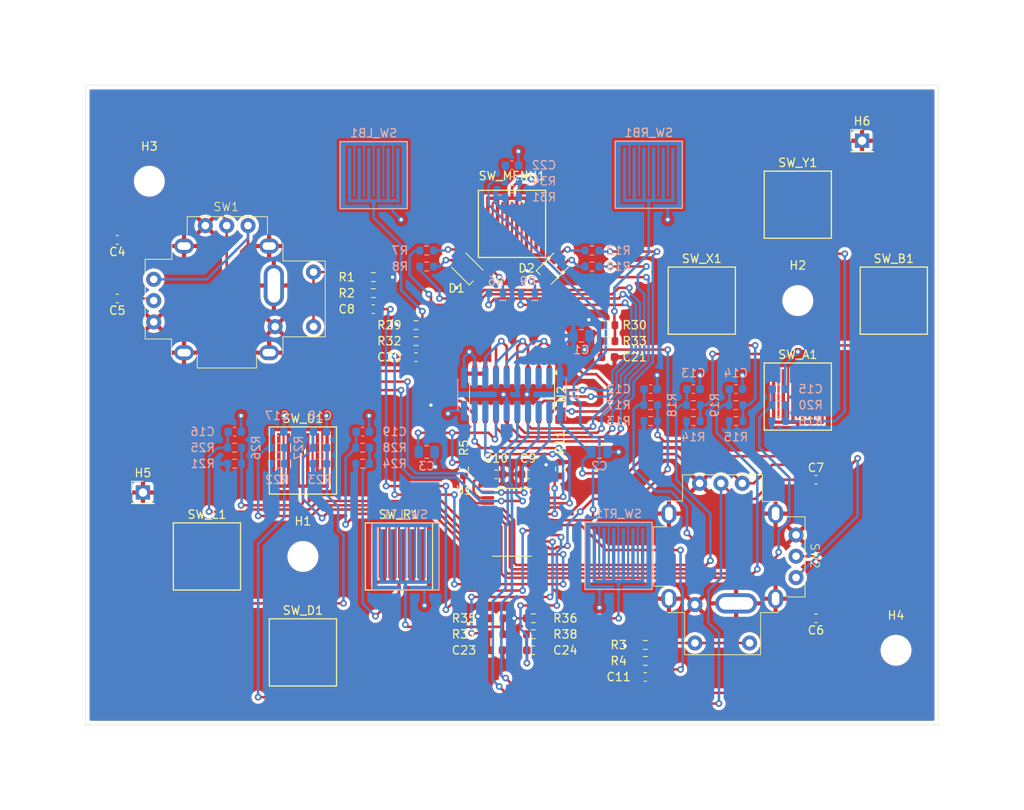
<source format=kicad_pcb>
(kicad_pcb (version 20241229) (generator "pcbnew") (generator_version "9.0")
  (layers (0 "F.Cu" signal) (2 "B.Cu" signal) (13 "F.Paste" user) (15 "B.Paste" user) (5 "F.SilkS" user "F.Silkscreen") (7 "B.SilkS" user "B.Silkscreen") (1 "F.Mask" user) (3 "B.Mask" user) (25 "Edge.Cuts" user))
  (net 0 "")
  (net 1 "GND")
  (net 2 "ROT_B")
  (net 3 "Net-(R30-Pad2)")
  (net 4 "ROT_A")
  (net 5 "+3V3")
  (net 6 "VDDA")
  (net 7 "VDDIO")
  (net 8 "JOY_A_X")
  (net 9 "JOY_A_Y")
  (net 10 "JOY_B_X")
  (net 11 "JOY_B_Y")
  (net 12 "BTN_MCU_JOY_A")
  (net 13 "BTN_MCU_JOY_B")
  (net 14 "BTN_MCU_A")
  (net 15 "BTN_MCU_B")
  (net 16 "BTN_MCU_X")
  (net 17 "BTN_MCU_Y")
  (net 18 "BTN_MCU_U")
  (net 19 "BTN_MCU_D")
  (net 20 "BTN_MCU_L")
  (net 21 "BTN_MCU_R")
  (net 22 "BTN_MCU_LB")
  (net 23 "BTN_MCU_RB")
  (net 24 "BTN_MCU_MENU")
  (net 25 "BTN_MCU_LT")
  (net 26 "BTN_MCU_RT")
  (net 27 "Net-(D1-BK)")
  (net 28 "Net-(D1-GK)")
  (net 29 "Net-(D1-RK)")
  (net 30 "Net-(D2-GK)")
  (net 31 "Net-(D2-RK)")
  (net 32 "Net-(D2-BK)")
  (net 33 "BTNLED_G")
  (net 34 "BTNLED_B")
  (net 35 "I2C1_SCL")
  (net 36 "I2C1_SDA")
  (net 37 "BTNLED_R")
  (net 38 "I2C4_SCL_3V3")
  (net 39 "I2C4_SDA_3V3")
  (net 40 "Net-(R1-Pad1)")
  (net 41 "Net-(R3-Pad1)")
  (net 42 "Net-(U1-~{RESET})")
  (net 43 "Net-(U2-O1)")
  (net 44 "Net-(U2-O3)")
  (net 45 "Net-(U2-O5)")
  (net 46 "Net-(U2-O2)")
  (net 47 "Net-(U2-O4)")
  (net 48 "Net-(U1-P1_7)")
  (net 49 "Net-(U2-O6)")
  (net 50 "Net-(R13-Pad2)")
  (net 51 "Net-(R14-Pad2)")
  (net 52 "Net-(R15-Pad2)")
  (net 53 "Net-(R16-Pad2)")
  (net 54 "Net-(R23-Pad2)")
  (net 55 "Net-(R24-Pad2)")
  (net 56 "Net-(R29-Pad2)")
  (net 57 "Net-(R31-Pad2)")
  (net 58 "Net-(R35-Pad2)")
  (net 59 "Net-(R36-Pad2)")
  (footprint "gk:XBOX_THUMB_ROT_OVERLAP" (layer "F.Cu") (at 131.55866 86.536132 -90)
    (property "Reference" "SW2")
    (property "Value" "~")
  )
  (footprint "Resistor_SMD:R_0603_1608Metric" (layer "F.Cu") (at 109.22 93.98)
    (property "Reference" "R36")
    (property "Value" "10k")
  )
  (footprint "Capacitor_SMD:C_0603_1608Metric" (layer "F.Cu") (at 104.775 97.79)
    (property "Reference" "C23")
    (property "Value" "100n")
  )
  (footprint "Resistor_SMD:R_0603_1608Metric" (layer "F.Cu") (at 104.775 93.98)
    (property "Reference" "R35")
    (property "Value" "10k")
  )
  (footprint "Capacitor_SMD:C_0603_1608Metric" (layer "F.Cu") (at 118.11 62.865)
    (property "Reference" "C21")
    (property "Value" "100n")
  )
  (footprint "Resistor_SMD:R_0603_1608Metric" (layer "F.Cu") (at 109.22 95.885 180)
    (property "Reference" "R38")
    (property "Value" "10k")
  )
  (footprint "Capacitor_SMD:C_0603_1608Metric" (layer "F.Cu") (at 59.69 48.895 180)
    (property "Reference" "C4")
    (property "Value" "10n")
  )
  (footprint "Connector_PinHeader_2.54mm:PinHeader_1x01_P2.54mm_Vertical" (layer "F.Cu") (at 62.738 78.994)
    (property "Reference" "H5")
    (property "Value" "Conn_01x01")
  )
  (footprint "Resistor_SMD:R_0603_1608Metric" (layer "F.Cu") (at 112.395 76.2 90)
    (property "Reference" "R11")
    (property "Value" "100k")
  )
  (footprint "Package_SO:SOIC-16_3.9x9.9mm_P1.27mm" (layer "F.Cu") (at 106.68 67.31 -90)
    (property "Reference" "U2")
    (property "Value" "ULN2003A")
  )
  (footprint "MountingHole:MountingHole_3.2mm_M3" (layer "F.Cu") (at 152.4 97.79)
    (property "Reference" "H4")
    (property "Value" "MountingHole")
  )
  (footprint "LED_SMD:LED_ASMB-KTF0-0A306" (layer "F.Cu") (at 101.348 52.324 135)
    (property "Reference" "D1")
    (property "Value" "LED_ARGB")
  )
  (footprint "Resistor_SMD:R_0603_1608Metric" (layer "F.Cu") (at 90.17 55.245)
    (property "Reference" "R2")
    (property "Value" "10k")
  )
  (footprint "gk:TouchButton-8x8mm_2" (layer "F.Cu") (at 70.358 86.614)
    (property "Reference" "SW_L1")
    (property "Value" "SW_Push")
  )
  (footprint "MountingHole:MountingHole_3.2mm_M3" (layer "F.Cu") (at 140.70866 56.136132)
    (property "Reference" "H2")
    (property "Value" "MountingHole")
  )
  (footprint "Capacitor_SMD:C_0603_1608Metric" (layer "F.Cu") (at 108.585 76.835 180)
    (property "Reference" "C9")
    (property "Value" "100n")
  )
  (footprint "gk:TouchButton-8x8mm_2" (layer "F.Cu") (at 81.788 98.044)
    (property "Reference" "SW_D1")
    (property "Value" "SW_Push")
  )
  (footprint "Resistor_SMD:R_0603_1608Metric" (layer "F.Cu") (at 100.965 76.2 -90)
    (property "Reference" "R5")
    (property "Value" "100k")
  )
  (footprint "Capacitor_SMD:C_0603_1608Metric" (layer "F.Cu") (at 142.875 93.98 180)
    (property "Reference" "C6")
    (property "Value" "10n")
  )
  (footprint "gk:TouchButton-8x8mm_2" (layer "F.Cu") (at 152.13866 56.136132)
    (property "Reference" "SW_B1")
    (property "Value" "SW_Push")
  )
  (footprint "Package_SO:TSSOP-24_4.4x7.8mm_P0.65mm" (layer "F.Cu") (at 106.68 82.55)
    (property "Reference" "U1")
    (property "Value" "PCAL6416APW")
  )
  (footprint "Capacitor_SMD:C_0603_1608Metric" (layer "F.Cu") (at 90.17 57.15 180)
    (property "Reference" "C8")
    (property "Value" "100n")
  )
  (footprint "gk:TouchButton-8x8mm_2" (layer "F.Cu") (at 129.27866 56.136132)
    (property "Reference" "SW_X1")
    (property "Value" "SW_Push")
  )
  (footprint "Capacitor_SMD:C_0603_1608Metric" (layer "F.Cu") (at 59.69 55.88 180)
    (property "Reference" "C5")
    (property "Value" "10n")
  )
  (footprint "gk:TouchButton-8x8mm_2" (layer "F.Cu") (at 93.218 86.614)
    (property "Reference" "SW_R1")
    (property "Value" "SW_Push")
  )
  (footprint "LED_SMD:LED_ASMB-KTF0-0A306" (layer "F.Cu") (at 111.508 52.324 45)
    (property "Reference" "D2")
    (property "Value" "LED_ARGB")
  )
  (footprint "gk:TouchButton-8x8mm_2" (layer "F.Cu") (at 140.70866 67.566132)
    (property "Reference" "SW_A1")
    (property "Value" "SW_Push")
  )
  (footprint "gk:TouchButton-8x8mm_2" (layer "F.Cu") (at 140.70866 44.706132)
    (property "Reference" "SW_Y1")
    (property "Value" "SW_Push")
  )
  (footprint "gk:TouchButton-8x8mm_2" (layer "F.Cu") (at 81.788 75.184)
    (property "Reference" "SW_U1")
    (property "Value" "SW_Push")
  )
  (footprint "Resistor_SMD:R_0603_1608Metric" (layer "F.Cu") (at 95.25 59.055)
    (property "Reference" "R29")
    (property "Value" "10k")
  )
  (footprint "Resistor_SMD:R_0603_1608Metric" (layer "F.Cu") (at 104.775 95.885 180)
    (property "Reference" "R37")
    (property "Value" "10k")
  )
  (footprint "MountingHole:MountingHole_3.2mm_M3" (layer "F.Cu") (at 63.5 41.91)
    (property "Reference" "H3")
    (property "Value" "MountingHole")
  )
  (footprint "Capacitor_SMD:C_0603_1608Metric" (layer "F.Cu") (at 104.775 76.835)
    (property "Reference" "C10")
    (property "Value" "100n")
  )
  (footprint "Resistor_SMD:R_0603_1608Metric" (layer "F.Cu") (at 95.25 60.96 180)
    (property "Reference" "R32")
    (property "Value" "10k")
  )
  (footprint "gk:XBOX_THUMB_ROT_OVERLAP" (layer "F.Cu") (at 72.65866 56.136132)
    (property "Reference" "SW1")
    (property "Value" "~")
  )
  (footprint "Resistor_SMD:R_0603_1608Metric" (layer "F.Cu") (at 122.555 99.06 180)
    (property "Reference" "R4")
    (property "Value" "10k")
  )
  (footprint "gk:TouchButton-8x8mm_2" (layer "F.Cu") (at 106.68 46.99 180)
    (property "Reference" "SW_MENU1")
    (property "Value" "SW_Push")
  )
  (footprint "MountingHole:MountingHole_3.2mm_M3" (layer "F.Cu") (at 81.788 86.614)
    (property "Reference" "H1")
    (property "Value" "MountingHole")
  )
  (footprint "Capacitor_SMD:C_0603_1608Metric" (layer "F.Cu") (at 109.22 97.79)
    (property "Reference" "C24")
    (property "Value" "100n")
  )
  (footprint "Capacitor_SMD:C_0603_1608Metric" (layer "F.Cu") (at 142.875 77.47)
    (property "Reference" "C7")
    (property "Value" "10n")
  )
  (footprint "Connector_PinHeader_2.54mm:PinHeader_1x01_P2.54mm_Vertical" (layer "F.Cu") (at 148.35866 37.086132)
    (property "Reference" "H6")
    (property "Value" "Conn_01x01")
  )
  (footprint "Capacitor_SMD:C_0603_1608Metric" (layer "F.Cu") (at 95.25 62.865)
    (property "Reference" "C20")
    (property "Value" "100n")
  )
  (footprint "Resistor_SMD:R_0603_1608Metric" (layer "F.Cu") (at 90.17 53.34)
    (property "Reference" "R1")
    (property "Value" "10k")
  )
  (footprint "Resistor_SMD:R_0603_1608Metric" (layer "F.Cu") (at 118.11 59.055)
    (property "Reference" "R30")
    (property "Value" "10k")
  )
  (footprint "Resistor_SMD:R_0603_1608Metric" (layer "F.Cu") (at 118.11 60.96 180)
    (property "Reference" "R33")
    (property "Value" "10k")
  )
  (footprint "Capacitor_SMD:C_0603_1608Metric" (layer "F.Cu") (at 122.555 100.965)
    (property "Reference" "C11")
    (property "Value" "100n")
  )
  (footprint "Resistor_SMD:R_0603_1608Metric" (layer "F.Cu") (at 122.555 97.155 180)
    (property "Reference" "R3")
    (property "Value" "10k")
  )
  (footprint "Resistor_SMD:R_0603_1608Metric" (layer "B.Cu") (at 73.66 75.565)
    (property "Reference" "R21")
    (property "Value" "10k")
  )
  (footprint "Resistor_SMD:R_0603_1608Metric" (layer "B.Cu") (at 83.82 73.66 180)
    (property "Reference" "R27")
    (property "Value" "10k")
  )
  (footprint "Resistor_SMD:R_0603_1608Metric" (layer "B.Cu") (at 73.66 73.66 180)
    (property "Reference" "R25")
    (property "Value" "10k")
  )
  (footprint "Resistor_SMD:R_0603_1608Metric" (layer "B.Cu") (at 88.9 73.66 180)
    (property "Reference" "R28")
    (property "Value" "10k")
  )
  (footprint "gk:TouchButton-8x8mm_2" (layer "B.Cu") (at 122.95866 41.136132 180)
    (property "Reference" "SW_RB1")
    (property "Value" "SW_Push")
  )
  (footprint "Connector_PinHeader_1.27mm:PinHeader_2x10_P1.27mm_Vertical_SMD" (layer "B.Cu") (at 106.68 67.31 90)
    (property "Reference" "J1")
    (property "Value" "Conn_01x20")
  )
  (footprint "Resistor_SMD:R_0603_1608Metric" (layer "B.Cu") (at 78.74 75.565)
    (property "Reference" "R22")
    (property "Value" "10k")
  )
  (footprint "Capacitor_SMD:C_0603_1608Metric" (layer "B.Cu") (at 123.19 66.675)
    (property "Reference" "C12")
    (property "Value" "100n")
  )
  (footprint "Resistor_SMD:R_0603_1608Metric" (layer "B.Cu") (at 88.9 75.565)
    (property "Reference" "R24")
    (property "Value" "10k")
  )
  (footprint "Capacitor_SMD:C_0603_1608Metric" (layer "B.Cu") (at 138.43 66.675)
    (property "Reference" "C15")
    (property "Value" "100n")
  )
  (footprint "Resistor_SMD:R_0603_1608Metric" (layer "B.Cu") (at 133.35 68.58 180)
    (property "Reference" "R19")
    (property "Value" "10k")
  )
  (footprint "Resistor_SMD:R_0603_1608Metric" (layer "B.Cu") (at 123.19 70.485)
    (property "Reference" "R13")
    (property "Value" "10k")
  )
  (footprint "Resistor_SMD:R_0603_1608Metric" (layer "B.Cu") (at 128.27 68.58 180)
    (property "Reference" "R18")
    (property "Value" "10k")
  )
  (footprint "Capacitor_SMD:C_0603_1608Metric" (layer "B.Cu") (at 106.68 40.005)
    (property "Reference" "C22")
    (property "Value" "100n")
  )
  (footprint "gk:TouchButton-8x8mm_2" (layer "B.Cu") (at 90.20866 41.186132 180)
    (property "Reference" "SW_LB1")
    (property "Value" "SW_Push")
  )
  (footprint "Resistor_SMD:R_0603_1608Metric" (layer "B.Cu") (at 106.68 41.91 180)
    (property "Reference" "R34")
    (property "Value" "10k")
  )
  (footprint "Resistor_SMD:R_0603_1608Metric" (layer "B.Cu") (at 83.82 75.565)
    (property "Reference" "R23")
    (property "Value" "10k")
  )
  (footprint "Capacitor_SMD:C_0603_1608Metric" (layer "B.Cu") (at 78.74 71.755)
    (property "Reference" "C17")
    (property "Value" "100n")
  )
  (footprint "Resistor_SMD:R_0603_1608Metric" (layer "B.Cu") (at 116.205 52.07)
    (property "Reference" "R10")
    (property "Value" "360R")
  )
  (footprint "Capacitor_SMD:C_0805_2012Metric" (layer "B.Cu") (at 117.094 74.168)
    (property "Reference" "C2")
    (property "Value" "10u")
  )
  (footprint "Capacitor_SMD:C_0805_2012Metric" (layer "B.Cu") (at 114.935 60.325)
    (property "Reference" "C1")
    (property "Value" "10u")
  )
  (footprint "Resistor_SMD:R_0603_1608Metric" (layer "B.Cu") (at 78.74 73.66 180)
    (property "Reference" "R26")
    (property "Value" "10k")
  )
  (footprint "Capacitor_SMD:C_0603_1608Metric" (layer "B.Cu") (at 88.9 71.755)
    (property "Reference" "C19")
    (property "Value" "100n")
  )
  (footprint "Capacitor_SMD:C_0603_1608Metric" (layer "B.Cu") (at 133.35 66.675)
    (property "Reference" "C14")
    (property "Value" "100n")
  )
  (footprint "Resistor_SMD:R_0603_1608Metric" (layer "B.Cu") (at 104.775 55.245 180)
    (property "Reference" "R6")
    (property "Value" "360R")
  )
  (footprint "gk:TouchButton-8x8mm_2" (layer "B.Cu") (at 119.35866 86.536132 180)
    (property "Reference" "SW_RT1")
    (property "Value" "SW_Push")
  )
  (footprint "Capacitor_SMD:C_0805_2012Metric" (layer "B.Cu") (at 96.52 74.168)
    (property "Reference" "C3")
    (property "Value" "10u")
  )
  (footprint "Resistor_SMD:R_0603_1608Metric" (layer "B.Cu") (at 96.52 50.165 180)
    (property "Reference" "R7")
    (property "Value" "360R")
  )
  (footprint "Capacitor_SMD:C_0603_1608Metric" (layer "B.Cu") (at 73.66 71.755)
    (property "Reference" "C16")
    (property "Value" "100n")
  )
  (footprint "Resistor_SMD:R_0603_1608Metric" (layer "B.Cu") (at 123.19 68.58 180)
    (property "Reference" "R17")
    (property "Value" "10k")
  )
  (footprint "gk:TouchButton-8x8mm_2" (layer "B.Cu") (at 93.993 86.614 180)
    (property "Reference" "SW_LT1")
    (property "Value" "SW_Push")
  )
  (footprint "Resistor_SMD:R_0603_1608Metric" (layer "B.Cu") (at 138.43 70.485)
    (property "Reference" "R16")
    (property "Value" "10k")
  )
  (footprint "Resistor_SMD:R_0603_1608Metric" (layer "B.Cu") (at 133.35 70.485)
    (property "Reference" "R15")
    (property "Value" "10k")
  )
  (footprint "Capacitor_SMD:C_0603_1608Metric" (layer "B.Cu") (at 128.27 66.675)
    (property "Reference" "C13")
    (property "Value" "100n")
  )
  (footprint "Resistor_SMD:R_0603_1608Metric" (layer "B.Cu") (at 138.43 68.58 180)
    (property "Reference" "R20")
    (property "Value" "10k")
  )
  (footprint "Resistor_SMD:R_0603_1608Metric" (layer "B.Cu") (at 106.68 43.815)
    (property "Reference" "R31")
    (property "Value" "10k")
  )
  (footprint "Resistor_SMD:R_0603_1608Metric" (layer "B.Cu") (at 108.585 55.245 180)
    (property "Reference" "R9")
    (property "Value" "360R")
  )
  (footprint "Capacitor_SMD:C_0603_1608Metric" (layer "B.Cu") (at 83.82 71.755)
    (property "Reference" "C18")
    (property "Value" "100n")
  )
  (footprint "Resistor_SMD:R_0603_1608Metric" (layer "B.Cu") (at 116.205 50.165)
    (property "Reference" "R12")
    (property "Value" "360R")
  )
  (footprint "Resistor_SMD:R_0603_1608Metric" (layer "B.Cu") (at 96.52 52.07 180)
    (property "Reference" "R8")
    (property "Value" "360R")
  )
  (footprint "Resistor_SMD:R_0603_1608Metric" (layer "B.Cu") (at 128.27 70.485)
    (property "Reference" "R14")
    (property "Value" "10k")
  )
  (gr_rect (start 55.88 30.48) (end 157.48 106.68) (stroke (width 0.05)) (fill no) (layer "Edge.Cuts"))
  (segment (start 112.522 81.026) (end 112.776 81.28) (width 0.3048) (layer "F.Cu") (net 1))
  (segment (start 112.268 80.772) (end 112.522 81.026) (width 0.3048) (layer "F.Cu") (net 1))
  (segment (start 113.284 81.28) (end 113.792 81.28) (width 0.3048) (layer "F.Cu") (net 1))
  (segment (start 140.716 62.23) (end 140.716 63.808792) (width 0.3048) (layer "F.Cu") (net 1))
  (segment (start 114.3 80.772) (end 115.062 80.01) (width 0.3048) (layer "F.Cu") (net 1))
  (segment (start 140.716 63.808792) (end 140.70866 63.816132) (width 0.3048) (layer "F.Cu") (net 1))
  (segment (start 112.776 81.28) (end 113.284 81.28) (width 0.3048) (layer "F.Cu") (net 1))
  (segment (start 113.792 81.28) (end 114.3 80.772) (width 0.3048) (layer "F.Cu") (net 1))
  (segment (start 112.014 80.772) (end 112.268 80.772) (width 0.3048) (layer "F.Cu") (net 1))
  (segment (start 111.099 80.925) (end 111.252 80.772) (width 0.3048) (layer "F.Cu") (net 1))
  (segment (start 115.062 80.01) (end 115.062 78.74) (width 0.3048) (layer "F.Cu") (net 1))
  (segment (start 111.252 80.772) (end 112.014 80.772) (width 0.3048) (layer "F.Cu") (net 1))
  (segment (start 109.5425 80.925) (end 111.099 80.925) (width 0.3048) (layer "F.Cu") (net 1))
  (via (at 74.422 69.85) (size 0.8) (drill 0.4) (layers "F.Cu" "B.Cu") (net 1))
  (via (at 99.06 69.596) (size 0.8) (drill 0.4) (layers "F.Cu" "B.Cu") (net 1))
  (via (at 84.582 69.85) (size 0.8) (drill 0.4) (layers "F.Cu" "B.Cu") (net 1))
  (via (at 108.458 67.31) (size 0.8) (drill 0.4) (layers "F.Cu" "B.Cu") (net 1))
  (via (at 96.266 92.456) (size 0.8) (drill 0.4) (layers "F.Cu" "B.Cu") (net 1))
  (via (at 117.094 92.71) (size 0.8) (drill 0.4) (layers "F.Cu" "B.Cu") (net 1))
  (via (at 129.032 65.024) (size 0.8) (drill 0.4) (layers "F.Cu" "B.Cu") (net 1))
  (via (at 134.112 65.024) (size 0.8) (drill 0.4) (layers "F.Cu" "B.Cu") (net 1))
  (via (at 140.716 62.23) (size 0.8) (drill 0.4) (layers "F.Cu" "B.Cu") (net 1))
  (via (at 89.662 69.85) (size 0.8) (drill 0.4) (layers "F.Cu" "B.Cu") (net 1))
  (via (at 123.952 65.024) (size 0.8) (drill 0.4) (layers "F.Cu" "B.Cu") (net 1))
  (via (at 115.316 61.976) (size 0.8) (drill 0.4) (layers "F.Cu" "B.Cu") (net 1))
  (via (at 107.442 38.354) (size 0.8) (drill 0.4) (layers "F.Cu" "B.Cu") (net 1))
  (via (at 93.472 46.482) (size 0.8) (drill 0.4) (layers "F.Cu" "B.Cu") (net 1))
  (via (at 125.222 46.482) (size 0.8) (drill 0.4) (layers "F.Cu" "B.Cu") (net 1))
  (via (at 119.38 74.168) (size 0.8) (drill 0.4) (layers "F.Cu" "B.Cu") (net 1))
  (via (at 97.536 75.946) (size 0.8) (drill 0.4) (layers "F.Cu" "B.Cu") (net 1))
  (via (at 101.6 62.23) (size 0.8) (drill 0.4) (layers "F.Cu" "B.Cu") (net 1))
  (via (at 105.664 67.31) (size 0.8) (drill 0.4) (layers "F.Cu" "B.Cu") (net 1))
  (via (at 79.502 69.85) (size 0.8) (drill 0.4) (layers "F.Cu" "B.Cu") (net 1))
  (segment (start 89.675 71.755) (end 89.675 69.863) (width 0.3048) (layer "B.Cu") (net 1))
  (segment (start 96.247 92.437) (end 96.266 92.456) (width 0.3048) (layer "B.Cu") (net 1))
  (segment (start 125.21266 44.886132) (end 125.21266 46.47266) (width 0.3048) (layer "B.Cu") (net 1))
  (segment (start 107.455 38.367) (end 107.442 38.354) (width 0.3048) (layer "B.Cu") (net 1))
  (segment (start 100.965 65.36) (end 100.965 62.865) (width 0.3048) (layer "B.Cu") (net 1))
  (segment (start 106.045 67.691) (end 105.664 67.31) (width 0.3048) (layer "B.Cu") (net 1))
  (segment (start 134.125 66.675) (end 134.125 65.037) (width 0.3048) (layer "B.Cu") (net 1))
  (segment (start 107.455 40.005) (end 107.455 38.367) (width 0.3048) (layer "B.Cu") (net 1))
  (segment (start 79.515 69.863) (end 79.502 69.85) (width 0.3048) (layer "B.Cu") (net 1))
  (segment (start 79.515 71.755) (end 79.515 69.863) (width 0.3048) (layer "B.Cu") (net 1))
  (segment (start 100.965 62.865) (end 101.6 62.23) (width 0.3048) (layer "B.Cu") (net 1))
  (segment (start 134.125 65.037) (end 134.112 65.024) (width 0.3048) (layer "B.Cu") (net 1))
  (segment (start 100.965 69.26) (end 99.396 69.26) (width 0.3048) (layer "B.Cu") (net 1))
  (segment (start 129.045 65.037) (end 129.032 65.024) (width 0.3048) (layer "B.Cu") (net 1))
  (segment (start 92.46266 44.936132) (end 92.46266 45.47266) (width 0.3048) (layer "B.Cu") (net 1))
  (segment (start 97.47 75.88) (end 97.536 75.946) (width 0.3048) (layer "B.Cu") (net 1))
  (segment (start 97.47 74.168) (end 97.47 75.88) (width 0.3048) (layer "B.Cu") (net 1))
  (segment (start 117.10466 92.69934) (end 117.094 92.71) (width 0.3048) (layer "B.Cu") (net 1))
  (segment (start 117.10466 90.286132) (end 117.10466 92.69934) (width 0.3048) (layer "B.Cu") (net 1))
  (segment (start 123.965 65.037) (end 123.952 65.024) (width 0.3048) (layer "B.Cu") (net 1))
  (segment (start 102.235 62.865) (end 101.6 62.23) (width 0.3048) (layer "B.Cu") (net 1))
  (segment (start 102.235 65.36) (end 102.235 62.865) (width 0.3048) (layer "B.Cu") (net 1))
  (segment (start 74.435 71.755) (end 74.435 69.863) (width 0.3048) (layer "B.Cu") (net 1))
  (segment (start 89.675 69.863) (end 89.662 69.85) (width 0.3048) (layer "B.Cu") (net 1))
  (segment (start 115.885 61.407) (end 115.316 61.976) (width 0.3048) (layer "B.Cu") (net 1))
  (segment (start 108.585 67.183) (end 108.458 67.31) (width 0.3048) (layer "B.Cu") (net 1))
  (segment (start 106.045 69.26) (end 106.045 67.691) (width 0.3048) (layer "B.Cu") (net 1))
  (segment (start 125.21266 46.47266) (end 125.222 46.482) (width 0.3048) (layer "B.Cu") (net 1))
  (segment (start 84.595 69.863) (end 84.582 69.85) (width 0.3048) (layer "B.Cu") (net 1))
  (segment (start 96.247 90.364) (end 96.247 92.437) (width 0.3048) (layer "B.Cu") (net 1))
  (segment (start 92.46266 45.47266) (end 93.472 46.482) (width 0.3048) (layer "B.Cu") (net 1))
  (segment (start 129.045 66.675) (end 129.045 65.037) (width 0.3048) (layer "B.Cu") (net 1))
  (segment (start 115.885 60.325) (end 115.885 61.407) (width 0.3048) (layer "B.Cu") (net 1))
  (segment (start 99.396 69.26) (end 99.06 69.596) (width 0.3048) (layer "B.Cu") (net 1))
  (segment (start 74.435 69.863) (end 74.422 69.85) (width 0.3048) (layer "B.Cu") (net 1))
  (segment (start 139.205 63.741) (end 140.716 62.23) (width 0.3048) (layer "B.Cu") (net 1))
  (segment (start 118.044 74.168) (end 119.38 74.168) (width 0.3048) (layer "B.Cu") (net 1))
  (segment (start 84.595 71.755) (end 84.595 69.863) (width 0.3048) (layer "B.Cu") (net 1))
  (segment (start 123.965 66.675) (end 123.965 65.037) (width 0.3048) (layer "B.Cu") (net 1))
  (segment (start 139.205 66.675) (end 139.205 63.741) (width 0.3048) (layer "B.Cu") (net 1))
  (segment (start 108.585 65.36) (end 108.585 67.183) (width 0.3048) (layer "B.Cu") (net 1))
  (segment (start 81.788 102.87) (end 81.28 103.378) (width 0.3048) (layer "F.Cu") (net 2))
  (segment (start 81.788 101.499) (end 81.788 102.87) (width 0.3048) (layer "F.Cu") (net 2))
  (segment (start 81.28 103.378) (end 76.454 103.378) (width 0.3048) (layer "F.Cu") (net 2))
  (via (at 76.454 103.378) (size 0.8) (drill 0.4) (layers "F.Cu" "B.Cu") (net 2))
  (segment (start 76.454 85.09) (end 79.565 81.979) (width 0.3048) (layer "B.Cu") (net 2))
  (segment (start 79.565 81.979) (end 79.565 75.565) (width 0.3048) (layer "B.Cu") (net 2))
  (segment (start 79.565 75.565) (end 79.565 73.66) (width 0.3048) (layer "B.Cu") (net 2))
  (segment (start 76.454 103.378) (end 76.454 85.09) (width 0.3048) (layer "B.Cu") (net 2))
  (segment (start 118.872 58.992) (end 118.935 59.055) (width 0.3048) (layer "F.Cu") (net 3))
  (segment (start 118.872 57.404) (end 118.872 58.992) (width 0.3048) (layer "F.Cu") (net 3))
  (segment (start 118.935 59.055) (end 118.935 60.96) (width 0.3048) (layer "F.Cu") (net 3))
  (via (at 118.872 57.404) (size 0.8) (drill 0.4) (layers "F.Cu" "B.Cu") (net 3))
  (segment (start 120.396 53.086) (end 118.872 54.61) (width 0.3048) (layer "B.Cu") (net 3))
  (segment (start 122.95866 50.52334) (end 120.396 53.086) (width 0.3048) (layer "B.Cu") (net 3))
  (segment (start 122.95866 44.591132) (end 122.95866 50.52334) (width 0.3048) (layer "B.Cu") (net 3))
  (segment (start 118.872 54.61) (end 118.872 57.404) (width 0.3048) (layer "B.Cu") (net 3))
  (segment (start 81.788 78.639) (end 81.788 80.264) (width 0.3048) (layer "F.Cu") (net 4))
  (segment (start 81.788 80.264) (end 81.534 80.518) (width 0.3048) (layer "F.Cu") (net 4))
  (segment (start 81.534 80.518) (end 74.422 80.518) (width 0.3048) (layer "F.Cu") (net 4))
  (via (at 74.422 80.518) (size 0.8) (drill 0.4) (layers "F.Cu" "B.Cu") (net 4))
  (segment (start 74.485 75.565) (end 74.485 73.66) (width 0.3048) (layer "B.Cu") (net 4))
  (segment (start 74.422 80.518) (end 74.422 80.264) (width 0.3048) (layer "B.Cu") (net 4))
  (segment (start 74.422 80.264) (end 74.485 80.201) (width 0.3048) (layer "B.Cu") (net 4))
  (segment (start 74.485 80.201) (end 74.485 75.565) (width 0.3048) (layer "B.Cu") (net 4))
  (segment (start 117.285 59.055) (end 116.459 59.055) (width 0.3048) (layer "F.Cu") (net 5))
  (segment (start 116.459 59.055) (end 115.824 58.42) (width 0.3048) (layer "F.Cu") (net 5))
  (segment (start 110.617 76.835) (end 110.617 75.819) (width 0.3048) (layer "F.Cu") (net 5))
  (segment (start 121.73 97.155) (end 120.269 97.155) (width 0.3048) (layer "F.Cu") (net 5))
  (segment (start 110.998 78.74) (end 110.998 77.216) (width 0.3048) (layer "F.Cu") (net 5))
  (segment (start 120.269 97.155) (end 120.142 97.282) (width 0.3048) (layer "F.Cu") (net 5))
  (segment (start 110.998 77.216) (end 110.617 76.835) (width 0.3048) (layer "F.Cu") (net 5))
  (segment (start 110.763 78.975) (end 110.998 78.74) (width 0.3048) (layer "F.Cu") (net 5))
  (segment (start 101.560132 53.38466) (end 101.30134 53.38466) (width 0.3048) (layer "F.Cu") (net 5))
  (segment (start 102.87 93.98) (end 102.616 93.726) (width 0.3048) (layer "F.Cu") (net 5))
  (segment (start 103.95 93.98) (end 102.87 93.98) (width 0.3048) (layer "F.Cu") (net 5))
  (segment (start 108.499868 52.536132) (end 108.458 52.578) (width 0.3048) (layer "F.Cu") (net 5))
  (segment (start 109.5425 78.975) (end 110.763 78.975) (width 0.3048) (layer "F.Cu") (net 5))
  (segment (start 97.028 68.326) (end 97.028 68.58) (width 0.3048) (layer "F.Cu") (net 5))
  (segment (start 102.235 69.785) (end 100.522 68.072) (width 0.3048) (layer "F.Cu") (net 5))
  (segment (start 108.395 93.98) (end 106.934 93.98) (width 0.3048) (layer "F.Cu") (net 5))
  (segment (start 97.282 68.072) (end 97.028 68.326) (width 0.3048) (layer "F.Cu") (net 5))
  (segment (start 110.44734 52.536132) (end 108.499868 52.536132) (width 0.3048) (layer "F.Cu") (net 5))
  (segment (start 110.617 76.835) (end 109.36 76.835) (width 0.3048) (layer "F.Cu") (net 5))
  (segment (start 90.995 53.34) (end 92.456 53.34) (width 0.3048) (layer "F.Cu") (net 5))
  (segment (start 93.091 59.055) (end 92.964 58.928) (width 0.3048) (layer "F.Cu") (net 5))
  (segment (start 100.522 68.072) (end 97.282 68.072) (width 0.3048) (layer "F.Cu") (net 5))
  (segment (start 101.30134 53.38466) (end 100.076 54.61) (width 0.3048) (layer "F.Cu") (net 5))
  (segment (start 94.425 59.055) (end 93.091 59.055) (width 0.3048) (layer "F.Cu") (net 5))
  (segment (start 110.617 75.819) (end 110.744 75.692) (width 0.3048) (layer "F.Cu") (net 5))
  (via (at 100.076 54.61) (size 0.8) (drill 0.4) (layers "F.Cu" "B.Cu") (net 5))
  (via (at 92.964 58.928) (size 0.8) (drill 0.4) (layers "F.Cu" "B.Cu") (net 5))
  (via (at 120.142 97.282) (size 0.8) (drill 0.4) (layers "F.Cu" "B.Cu") (net 5))
  (via (at 108.458 52.578) (size 0.8) (drill 0.4) (layers "F.Cu" "B.Cu") (net 5))
  (via (at 92.456 53.34) (size 0.8) (drill 0.4) (layers "F.Cu" "B.Cu") (net 5))
  (via (at 106.934 93.98) (size 0.8) (drill 0.4) (layers "F.Cu" "B.Cu") (net 5))
  (via (at 115.824 58.42) (size 0.8) (drill 0.4) (layers "F.Cu" "B.Cu") (net 5))
  (via (at 102.616 93.726) (size 0.8) (drill 0.4) (layers "F.Cu" "B.Cu") (net 5))
  (via (at 110.744 75.692) (size 0.8) (drill 0.4) (layers "F.Cu" "B.Cu") (net 5))
  (via (at 97.028 68.58) (size 0.8) (drill 0.4) (layers "F.Cu" "B.Cu") (net 5))
  (segment (start 112.395 65.36) (end 112.395 61.915) (width 0.3048) (layer "B.Cu") (net 5))
  (segment (start 112.395 61.915) (end 113.985 60.325) (width 0.3048) (layer "B.Cu") (net 5))
  (segment (start 124.206 74.422) (end 122.682 74.422) (width 0.3048) (layer "F.Cu") (net 6))
  (segment (start 129.794 75.946) (end 127.762 75.946) (width 0.3048) (layer "F.Cu") (net 6))
  (segment (start 75.24946 47.195332) (end 75.24946 49.46454) (width 0.3048) (layer "F.Cu") (net 6))
  (segment (start 135.459868 77.900132) (end 137.668 75.692) (width 0.3048) (layer "F.Cu") (net 6))
  (segment (start 75.692 64.516) (end 97.79 64.516) (width 0.3048) (layer "F.Cu") (net 6))
  (segment (start 111.252 58.674) (end 112.776 60.198) (width 0.3048) (layer "F.Cu") (net 6))
  (segment (start 126.238 74.422) (end 124.206 74.422) (width 0.3048) (layer "F.Cu") (net 6))
  (segment (start 121.412 75.692) (end 120.396 76.708) (width 0.3048) (layer "F.Cu") (net 6))
  (segment (start 100.838 58.674) (end 111.252 58.674) (width 0.3048) (layer "F.Cu") (net 6))
  (segment (start 122.682 74.422) (end 121.412 75.692) (width 0.3048) (layer "F.Cu") (net 6))
  (segment (start 116.713 64.897) (end 118.11 66.294) (width 0.3048) (layer "F.Cu") (net 6))
  (segment (start 120.396 76.708) (end 115.062 76.708) (width 0.3048) (layer "F.Cu") (net 6))
  (segment (start 98.552 63.754) (end 98.552 60.96) (width 0.3048) (layer "F.Cu") (net 6))
  (segment (start 98.552 60.96) (end 100.838 58.674) (width 0.3048) (layer "F.Cu") (net 6))
  (segment (start 74.422 63.246) (end 75.692 64.516) (width 0.3048) (layer "F.Cu") (net 6))
  (segment (start 137.668 75.692) (end 147.066 75.692) (width 0.3048) (layer "F.Cu") (net 6))
  (segment (start 127.762 75.946) (end 126.746 74.93) (width 0.3048) (layer "F.Cu") (net 6))
  (segment (start 112.776 60.198) (end 112.776 62.484) (width 0.3048) (layer "F.Cu") (net 6))
  (segment (start 147.066 75.692) (end 147.828 74.93) (width 0.3048) (layer "F.Cu") (net 6))
  (segment (start 134.09866 77.900132) (end 135.459868 77.900132) (width 0.3048) (layer "F.Cu") (net 6))
  (segment (start 117.348 69.342) (end 113.792 69.342) (width 0.3048) (layer "F.Cu") (net 6))
  (segment (start 126.746 74.93) (end 126.238 74.422) (width 0.3048) (layer "F.Cu") (net 6))
  (segment (start 75.24946 49.46454) (end 74.422 50.292) (width 0.3048) (layer "F.Cu") (net 6))
  (segment (start 115.189 64.897) (end 116.713 64.897) (width 0.3048) (layer "F.Cu") (net 6))
  (segment (start 134.09866 77.900132) (end 132.144528 75.946) (width 0.3048) (layer "F.Cu") (net 6))
  (segment (start 118.11 68.58) (end 117.348 69.342) (width 0.3048) (layer "F.Cu") (net 6))
  (segment (start 118.11 66.294) (end 118.11 68.58) (width 0.3048) (layer "F.Cu") (net 6))
  (segment (start 132.144528 75.946) (end 129.794 75.946) (width 0.3048) (layer "F.Cu") (net 6))
  (segment (start 97.79 64.516) (end 98.552 63.754) (width 0.3048) (layer "F.Cu") (net 6))
  (segment (start 74.422 50.292) (end 74.422 63.246) (width 0.3048) (layer "F.Cu") (net 6))
  (segment (start 112.776 62.484) (end 115.189 64.897) (width 0.3048) (layer "F.Cu") (net 6))
  (via (at 113.792 69.342) (size 0.8) (drill 0.4) (layers "F.Cu" "B.Cu") (net 6))
  (via (at 115.062 76.708) (size 0.8) (drill 0.4) (layers "F.Cu" "B.Cu") (net 6))
  (via (at 147.828 74.93) (size 0.8) (drill 0.4) (layers "F.Cu" "B.Cu") (net 6))
  (segment (start 112.395 70.739) (end 115.824 74.168) (width 0.3048) (layer "B.Cu") (net 6))
  (segment (start 70.355868 53.596132) (end 75.24946 48.70254) (width 0.3048) (layer "B.Cu") (net 6))
  (segment (start 112.395 69.26) (end 112.395 70.739) (width 0.3048) (layer "B.Cu") (net 6))
  (segment (start 115.062 75.25) (end 116.144 74.168) (width 0.3048) (layer "B.Cu") (net 6))
  (segment (start 112.395 69.26) (end 113.71 69.26) (width 0.3048) (layer "B.Cu") (net 6))
  (segment (start 115.062 76.708) (end 115.062 75.25) (width 0.3048) (layer "B.Cu") (net 6))
  (segment (start 113.71 69.26) (end 113.792 69.342) (width 0.3048) (layer "B.Cu") (net 6))
  (segment (start 115.824 74.168) (end 116.144 74.168) (width 0.3048) (layer "B.Cu") (net 6))
  (segment (start 64.02266 53.596132) (end 70.355868 53.596132) (width 0.3048) (layer "B.Cu") (net 6))
  (segment (start 147.828 81.798392) (end 147.828 78.994) (width 0.3048) (layer "B.Cu") (net 6))
  (segment (start 75.24946 48.70254) (end 75.24946 47.195332) (width 0.3048) (layer "B.Cu") (net 6))
  (segment (start 147.828 78.994) (end 147.828 74.93) (width 0.3048) (layer "B.Cu") (net 6))
  (segment (start 140.49946 89.126932) (end 147.828 81.798392) (width 0.3048) (layer "B.Cu") (net 6))
  (segment (start 95.504 71.882) (end 103.886 71.882) (width 0.3048) (layer "F.Cu") (net 7))
  (segment (start 102.108 78.994) (end 102.739 79.625) (width 0.3048) (layer "F.Cu") (net 7))
  (segment (start 99.631 75.375) (end 99.568 75.438) (width 0.3048) (layer "F.Cu") (net 7))
  (segment (start 101.537 75.375) (end 100.965 75.375) (width 0.3048) (layer "F.Cu") (net 7))
  (segment (start 102.997 76.835) (end 101.537 75.375) (width 0.3048) (layer "F.Cu") (net 7))
  (segment (start 102.739 79.625) (end 103.8175 79.625) (width 0.3048) (layer "F.Cu") (net 7))
  (segment (start 102.108 77.724) (end 102.108 78.994) (width 0.3048) (layer "F.Cu") (net 7))
  (segment (start 100.965 75.375) (end 99.631 75.375) (width 0.3048) (layer "F.Cu") (net 7))
  (segment (start 104 76.835) (end 102.997 76.835) (width 0.3048) (layer "F.Cu") (net 7))
  (segment (start 103.886 71.882) (end 104.648 72.644) (width 0.3048) (layer "F.Cu") (net 7))
  (segment (start 102.997 76.835) (end 102.108 77.724) (width 0.3048) (layer "F.Cu") (net 7))
  (via (at 104.648 72.644) (size 0.8) (drill 0.4) (layers "F.Cu" "B.Cu") (net 7))
  (via (at 95.504 71.882) (size 0.8) (drill 0.4) (layers "F.Cu" "B.Cu") (net 7))
  (via (at 99.568 75.438) (size 0.8) (drill 0.4) (layers "F.Cu" "B.Cu") (net 7))
  (via (at 99.568 71.882) (size 0.8) (drill 0.4) (layers "F.Cu" "B.Cu") (net 7))
  (segment (start 104.775 72.517) (end 104.648 72.644) (width 0.3048) (layer "B.Cu") (net 7))
  (segment (start 95.504 71.882) (end 95.504 74.102) (width 0.3048) (layer "B.Cu") (net 7))
  (segment (start 95.504 74.102) (end 95.57 74.168) (width 0.3048) (layer "B.Cu") (net 7))
  (segment (start 99.568 75.438) (end 99.568 71.882) (width 0.3048) (layer "B.Cu") (net 7))
  (segment (start 104.775 69.26) (end 104.775 72.517) (width 0.3048) (layer "B.Cu") (net 7))
  (segment (start 71.12 44.958) (end 72.70946 46.54746) (width 0.3048) (layer "F.Cu") (net 8))
  (segment (start 105.41 78.994) (end 108.09809 78.994) (width 0.3048) (layer "F.Cu") (net 8))
  (segment (start 73.914 65.786) (end 72.70946 64.58146) (width 0.3048) (layer "F.Cu") (net 8))
  (segment (start 72.70946 64.58146) (end 72.70946 47.195332) (width 0.3048) (layer "F.Cu") (net 8))
  (segment (start 60.465 48.895) (end 64.389 48.895) (width 0.3048) (layer "F.Cu") (net 8))
  (segment (start 68.326 44.958) (end 71.12 44.958) (width 0.3048) (layer "F.Cu") (net 8))
  (segment (start 64.389 48.895) (end 68.326 44.958) (width 0.3048) (layer "F.Cu") (net 8))
  (segment (start 72.70946 46.54746) (end 72.70946 47.195332) (width 0.3048) (layer "F.Cu") (net 8))
  (segment (start 108.09809 78.994) (end 108.142799 79.038709) (width 0.3048) (layer "F.Cu") (net 8))
  (segment (start 94.234 65.786) (end 73.914 65.786) (width 0.3048) (layer "F.Cu") (net 8))
  (via (at 108.142799 79.038709) (size 0.8) (drill 0.4) (layers "F.Cu" "B.Cu") (net 8))
  (via (at 94.234 65.786) (size 0.8) (drill 0.4) (layers "F.Cu" "B.Cu") (net 8))
  (via (at 105.41 78.994) (size 0.8) (drill 0.4) (layers "F.Cu" "B.Cu") (net 8))
  (segment (start 107.95 75.946) (end 107.95 78.84591) (width 0.3048) (layer "B.Cu") (net 8))
  (segment (start 111.125 72.771) (end 107.95 75.946) (width 0.3048) (layer "B.Cu") (net 8))
  (segment (start 94.234 75.692) (end 94.234 74.168) (width 0.3048) (layer "B.Cu") (net 8))
  (segment (start 94.742 76.2) (end 94.234 75.692) (width 0.3048) (layer "B.Cu") (net 8))
  (segment (start 100.838 76.708) (end 98.552 76.708) (width 0.3048) (layer "B.Cu") (net 8))
  (segment (start 94.234 74.168) (end 94.234 65.786) (width 0.3048) (layer "B.Cu") (net 8))
  (segment (start 103.124 78.994) (end 101.6 77.47) (width 0.3048) (layer "B.Cu") (net 8))
  (segment (start 101.6 77.47) (end 100.838 76.708) (width 0.3048) (layer "B.Cu") (net 8))
  (segment (start 107.95 78.84591) (end 108.142799 79.038709) (width 0.3048) (layer "B.Cu") (net 8))
  (segment (start 98.552 76.708) (end 95.25 76.708) (width 0.3048) (layer "B.Cu") (net 8))
  (segment (start 111.125 69.26) (end 111.125 72.771) (width 0.3048) (layer "B.Cu") (net 8))
  (segment (start 105.41 78.994) (end 103.124 78.994) (width 0.3048) (layer "B.Cu") (net 8))
  (segment (start 95.25 76.708) (end 94.742 76.2) (width 0.3048) (layer "B.Cu") (net 8))
  (segment (start 63.766528 55.88) (end 64.02266 56.136132) (width 0.3048) (layer "F.Cu") (net 9))
  (segment (start 64.77 66.802) (end 60.465 62.497) (width 0.3048) (layer "F.Cu") (net 9))
  (segment (start 107.95 80.01) (end 105.41 80.01) (width 0.3048) (layer "F.Cu") (net 9))
  (segment (start 60.465 55.88) (end 63.766528 55.88) (width 0.3048) (layer "F.Cu") (net 9))
  (segment (start 93.472 66.802) (end 64.77 66.802) (width 0.3048) (layer "F.Cu") (net 9))
  (segment (start 60.465 62.497) (end 60.465 55.88) (width 0.3048) (layer "F.Cu") (net 9))
  (via (at 93.472 66.802) (size 0.8) (drill 0.4) (layers "F.Cu" "B.Cu") (net 9))
  (via (at 105.41 80.01) (size 0.8) (drill 0.4) (layers "F.Cu" "B.Cu") (net 9))
  (via (at 107.95 80.01) (size 0.8) (drill 0.4) (layers "F.Cu" "B.Cu") (net 9))
  (segment (start 105.41 80.01) (end 102.87 80.01) (width 0.3048) (layer "B.Cu") (net 9))
  (segment (start 100.076 77.216) (end 99.06 77.216) (width 0.3048) (layer "B.Cu") (net 9))
  (segment (start 93.472 75.946) (end 93.472 75.438) (width 0.3048) (layer "B.Cu") (net 9))
  (segment (start 102.362 79.502) (end 100.076 77.216) (width 0.3048) (layer "B.Cu") (net 9))
  (segment (start 99.06 77.216) (end 94.742 77.216) (width 0.3048) (layer "B.Cu") (net 9))
  (segment (start 94.488 76.962) (end 93.472 75.946) (width 0.3048) (layer "B.Cu") (net 9))
  (segment (start 107.188 79.248) (end 107.95 80.01) (width 0.3048) (layer "B.Cu") (net 9))
  (segment (start 107.188 75.184) (end 107.188 79.248) (width 0.3048) (layer "B.Cu") (net 9))
  (segment (start 109.855 72.517) (end 107.188 75.184) (width 0.3048) (layer "B.Cu") (net 9))
  (segment (start 102.87 80.01) (end 102.362 79.502) (width 0.3048) (layer "B.Cu") (net 9))
  (segment (start 94.742 77.216) (end 94.488 76.962) (width 0.3048) (layer "B.Cu") (net 9))
  (segment (start 93.472 75.438) (end 93.472 66.802) (width 0.3048) (layer "B.Cu") (net 9))
  (segment (start 109.855 69.26) (end 109.855 72.517) (width 0.3048) (layer "B.Cu") (net 9))
  (segment (start 142.720932 86.586932) (end 143.65 87.516) (width 0.3048) (layer "F.Cu") (net 10))
  (segment (start 143.256 102.87) (end 145.034 101.092) (width 0.3048) (layer "F.Cu") (net 10))
  (segment (start 140.49946 86.586932) (end 142.720932 86.586932) (width 0.3048) (layer "F.Cu") (net 10))
  (segment (start 143.65 87.516) (end 143.65 93.98) (width 0.3048) (layer "F.Cu") (net 10))
  (segment (start 145.034 101.092) (end 145.034 94.488) (width 0.3048) (layer "F.Cu") (net 10))
  (segment (start 105.918 101.092) (end 107.696 102.87) (width 0.3048) (layer "F.Cu") (net 10))
  (segment (start 107.696 102.87) (end 143.256 102.87) (width 0.3048) (layer "F.Cu") (net 10))
  (segment (start 145.034 94.488) (end 144.526 93.98) (width 0.3048) (layer "F.Cu") (net 10))
  (segment (start 144.526 93.98) (end 143.65 93.98) (width 0.3048) (layer "F.Cu") (net 10))
  (via (at 105.918 101.092) (size 0.8) (drill 0.4) (layers "F.Cu" "B.Cu") (net 10))
  (segment (start 106.426 74.422) (end 106.426 77.839422) (width 0.3048) (layer "B.Cu") (net 10))
  (segment (start 105.41 100.838) (end 105.664 101.092) (width 0.3048) (layer "B.Cu") (net 10))
  (segment (start 106.68 90.932) (end 105.41 92.202) (width 0.3048) (layer "B.Cu") (net 10))
  (segment (start 105.664 101.092) (end 105.918 101.092) (width 0.3048) (layer "B.Cu") (net 10))
  (segment (start 106.629199 79.705199) (end 106.68 79.756) (width 0.3048) (layer "B.Cu") (net 10))
  (segment (start 105.41 92.202) (end 105.41 100.838) (width 0.3048) (layer "B.Cu") (net 10))
  (segment (start 106.426 77.839422) (end 106.629199 78.042621) (width 0.3048) (layer "B.Cu") (net 10))
  (segment (start 108.585 72.263) (end 106.426 74.422) (width 0.3048) (layer "B.Cu") (net 10))
  (segment (start 108.585 69.26) (end 108.585 72.263) (width 0.3048) (layer "B.Cu") (net 10))
  (segment (start 106.629199 78.042621) (end 106.629199 79.705199) (width 0.3048) (layer "B.Cu") (net 10))
  (segment (start 106.68 79.756) (end 106.68 90.932) (width 0.3048) (layer "B.Cu") (net 10))
  (segment (start 105.156 102.108) (end 107.188 104.14) (width 0.3048) (layer "F.Cu") (net 11))
  (segment (start 133.414528 79.756) (end 135.636 79.756) (width 0.3048) (layer "F.Cu") (net 11))
  (segment (start 107.188 104.14) (end 131.318 104.14) (width 0.3048) (layer "F.Cu") (net 11))
  (segment (start 135.636 79.756) (end 137.922 77.47) (width 0.3048) (layer "F.Cu") (net 11))
  (segment (start 137.922 77.47) (end 142.1 77.47) (width 0.3048) (layer "F.Cu") (net 11))
  (segment (start 131.55866 77.900132) (end 133.414528 79.756) (width 0.3048) (layer "F.Cu") (net 11))
  (via (at 131.318 104.14) (size 0.8) (drill 0.4) (layers "F.Cu" "B.Cu") (net 11))
  (via (at 105.156 102.108) (size 0.8) (drill 0.4) (layers "F.Cu" "B.Cu") (net 11))
  (segment (start 104.394 93.218) (end 104.394 100.838) (width 0.3048) (layer "B.Cu") (net 11))
  (segment (start 106.172 80.264) (end 106.172 82.804) (width 0.3048) (layer "B.Cu") (net 11))
  (segment (start 105.664 77.724) (end 106.172 78.232) (width 0.3048) (layer "B.Cu") (net 11))
  (segment (start 107.315 72.517) (end 105.664 74.168) (width 0.3048) (layer "B.Cu") (net 11))
  (segment (start 104.394 100.838) (end 104.394 101.346) (width 0.3048) (layer "B.Cu") (net 11))
  (segment (start 105.918 90.424) (end 105.41 90.932) (width 0.3048) (layer "B.Cu") (net 11))
  (segment (start 104.394 91.948) (end 104.394 93.218) (width 0.3048) (layer "B.Cu") (net 11))
  (segment (start 130.048 90.678) (end 131.55866 89.16734) (width 0.3048) (layer "B.Cu") (net 11))
  (segment (start 105.41 90.932) (end 104.394 91.948) (width 0.3048) (layer "B.Cu") (net 11))
  (segment (start 131.318 104.14) (end 131.318 95.758) (width 0.3048) (layer "B.Cu") (net 11))
  (segment (start 104.394 101.346) (end 105.156 102.108) (width 0.3048) (layer "B.Cu") (net 11))
  (segment (start 130.048 94.488) (end 130.048 90.678) (width 0.3048) (layer "B.Cu") (net 11))
  (segment (start 105.664 75.946) (end 105.664 77.724) (width 0.3048) (layer "B.Cu") (net 11))
  (segment (start 131.318 95.758) (end 130.048 94.488) (width 0.3048) (layer "B.Cu") (net 11))
  (segment (start 106.172 78.232) (end 106.172 80.264) (width 0.3048) (layer "B.Cu") (net 11))
  (segment (start 106.172 82.804) (end 105.918 83.058) (width 0.3048) (layer "B.Cu") (net 11))
  (segment (start 105.664 74.168) (end 105.664 75.946) (width 0.3048) (layer "B.Cu") (net 11))
  (segment (start 107.315 69.26) (end 107.315 72.517) (width 0.3048) (layer "B.Cu") (net 11))
  (segment (start 131.55866 89.16734) (end 131.55866 77.900132) (width 0.3048) (layer "B.Cu") (net 11))
  (segment (start 105.918 83.058) (end 105.918 88.9) (width 0.3048) (layer "B.Cu") (net 11))
  (segment (start 105.918 88.9) (end 105.918 90.424) (width 0.3048) (layer "B.Cu") (net 11))
  (segment (start 109.5425 83.525) (end 107.991 83.525) (width 0.3048) (layer "F.Cu") (net 12))
  (segment (start 107.95 90.678) (end 101.092 90.678) (width 0.3048) (layer "F.Cu") (net 12))
  (segment (start 90.995 57.1) (end 90.945 57.15) (width 0.3048) (layer "F.Cu") (net 12))
  (segment (start 107.991 83.525) (end 107.95 83.566) (width 0.3048) (layer "F.Cu") (net 12))
  (segment (start 101.092 90.678) (end 98.806 92.964) (width 0.3048) (layer "F.Cu") (net 12))
  (segment (start 90.995 55.245) (end 90.995 57.1) (width 0.3048) (layer "F.Cu") (net 12))
  (segment (start 98.806 78.232) (end 91.694 78.232) (width 0.3048) (layer "F.Cu") (net 12))
  (segment (start 92.202 57.15) (end 90.945 57.15) (width 0.3048) (layer "F.Cu") (net 12))
  (via (at 98.806 78.232) (size 0.8) (drill 0.4) (layers "F.Cu" "B.Cu") (net 12))
  (via (at 107.95 90.678) (size 0.8) (drill 0.4) (layers "F.Cu" "B.Cu") (net 12))
  (via (at 91.694 78.232) (size 0.8) (drill 0.4) (layers "F.Cu" "B.Cu") (net 12))
  (via (at 107.95 83.566) (size 0.8) (drill 0.4) (layers "F.Cu" "B.Cu") (net 12))
  (via (at 98.806 92.964) (size 0.8) (drill 0.4) (layers "F.Cu" "B.Cu") (net 12))
  (via (at 92.202 57.15) (size 0.8) (drill 0.4) (layers "F.Cu" "B.Cu") (net 12))
  (segment (start 91.948 59.182) (end 91.948 57.404) (width 0.3048) (layer "B.Cu") (net 12))
  (segment (start 91.694 78.232) (end 91.694 59.436) (width 0.3048) (layer "B.Cu") (net 12))
  (segment (start 91.694 59.436) (end 91.948 59.182) (width 0.3048) (layer "B.Cu") (net 12))
  (segment (start 91.948 57.404) (end 92.202 57.15) (width 0.3048) (layer "B.Cu") (net 12))
  (segment (start 98.806 92.964) (end 98.806 78.232) (width 0.3048) (layer "B.Cu") (net 12))
  (segment (start 107.95 83.566) (end 107.95 90.678) (width 0.3048) (layer "B.Cu") (net 12))
  (segment (start 121.78 100.965) (end 121.78 100.076) (width 0.3048) (layer "F.Cu") (net 13))
  (segment (start 126.746 100.076) (end 121.78 100.076) (width 0.3048) (layer "F.Cu") (net 13))
  (segment (start 117.856 85.852) (end 126.746 85.852) (width 0.3048) (layer "F.Cu") (net 13))
  (segment (start 114.879 82.875) (end 117.856 85.852) (width 0.3048) (layer "F.Cu") (net 13))
  (segment (start 109.5425 82.875) (end 114.879 82.875) (width 0.3048) (layer "F.Cu") (net 13))
  (segment (start 121.78 100.076) (end 121.78 99.11) (width 0.3048) (layer "F.Cu") (net 13))
  (segment (start 121.78 99.11) (end 121.73 99.06) (width 0.3048) (layer "F.Cu") (net 13))
  (via (at 126.746 85.852) (size 0.8) (drill 0.4) (layers "F.Cu" "B.Cu") (net 13))
  (via (at 126.746 100.076) (size 0.8) (drill 0.4) (layers "F.Cu" "B.Cu") (net 13))
  (segment (start 126.746 85.852) (end 126.746 90.17) (width 0.3048) (layer "B.Cu") (net 13))
  (segment (start 127 93.218) (end 127 99.822) (width 0.3048) (layer "B.Cu") (net 13))
  (segment (start 127 99.822) (end 126.746 100.076) (width 0.3048) (layer "B.Cu") (net 13))
  (segment (start 127 90.424) (end 127 93.218) (width 0.3048) (layer "B.Cu") (net 13))
  (segment (start 126.746 90.17) (end 127 90.424) (width 0.3048) (layer "B.Cu") (net 13))
  (segment (start 107.188 87.63) (end 127.762 87.63) (width 0.3048) (layer "F.Cu") (net 14))
  (segment (start 106.934 82.296) (end 106.934 87.376) (width 0.3048) (layer "F.Cu") (net 14))
  (segment (start 128.016 87.63) (end 128.143 87.503) (width 0.3048) (layer "F.Cu") (net 14))
  (segment (start 105.563 80.925) (end 106.934 82.296) (width 0.3048) (layer "F.Cu") (net 14))
  (segment (start 128.143 84.455) (end 127.508 83.82) (width 0.3048) (layer "F.Cu") (net 14))
  (segment (start 103.8175 80.925) (end 105.563 80.925) (width 0.3048) (layer "F.Cu") (net 14))
  (segment (start 106.934 87.376) (end 107.188 87.63) (width 0.3048) (layer "F.Cu") (net 14))
  (segment (start 128.143 87.503) (end 128.143 84.455) (width 0.3048) (layer "F.Cu") (net 14))
  (segment (start 127.762 87.63) (end 128.016 87.63) (width 0.3048) (layer "F.Cu") (net 14))
  (via (at 127.508 83.82) (size 0.8) (drill 0.4) (layers "F.Cu" "B.Cu") (net 14))
  (segment (start 121.158 69.088) (end 121.666 68.58) (width 0.3048) (layer "B.Cu") (net 14))
  (segment (start 121.666 68.58) (end 122.365 68.58) (width 0.3048) (layer "B.Cu") (net 14))
  (segment (start 122.415 68.53) (end 122.365 68.58) (width 0.3048) (layer "B.Cu") (net 14))
  (segment (start 121.158 76.2) (end 121.158 69.088) (width 0.3048) (layer "B.Cu") (net 14))
  (segment (start 122.415 66.675) (end 122.415 68.53) (width 0.3048) (layer "B.Cu") (net 14))
  (segment (start 127.508 83.82) (end 127.508 80.772) (width 0.3048) (layer "B.Cu") (net 14))
  (segment (start 125.603 78.867) (end 123.825 78.867) (width 0.3048) (layer "B.Cu") (net 14))
  (segment (start 127.508 80.772) (end 125.603 78.867) (width 0.3048) (layer "B.Cu") (net 14))
  (segment (start 123.825 78.867) (end 121.158 76.2) (width 0.3048) (layer "B.Cu") (net 14))
  (segment (start 114.046 88.138) (end 128.778 88.138) (width 0.3048) (layer "F.Cu") (net 15))
  (segment (start 105.918 82.042) (end 106.426 82.55) (width 0.3048) (layer "F.Cu") (net 15))
  (segment (start 106.68 88.138) (end 114.046 88.138) (width 0.3048) (layer "F.Cu") (net 15))
  (segment (start 106.426 83.058) (end 106.426 87.884) (width 0.3048) (layer "F.Cu") (net 15))
  (segment (start 129.286 88.138) (end 130.302 87.122) (width 0.3048) (layer "F.Cu") (net 15))
  (segment (start 106.426 87.884) (end 106.68 88.138) (width 0.3048) (layer "F.Cu") (net 15))
  (segment (start 105.451 81.575) (end 105.918 82.042) (width 0.3048) (layer "F.Cu") (net 15))
  (segment (start 106.426 82.55) (end 106.426 83.058) (width 0.3048) (layer "F.Cu") (net 15))
  (segment (start 128.778 88.138) (end 129.286 88.138) (width 0.3048) (layer "F.Cu") (net 15))
  (segment (start 103.8175 81.575) (end 105.451 81.575) (width 0.3048) (layer "F.Cu") (net 15))
  (via (at 130.302 87.122) (size 0.8) (drill 0.4) (layers "F.Cu" "B.Cu") (net 15))
  (segment (start 126.746 68.58) (end 127.445 68.58) (width 0.3048) (layer "B.Cu") (net 15))
  (segment (start 130.302 81.534) (end 126.238 77.47) (width 0.3048) (layer "B.Cu") (net 15))
  (segment (start 126.238 77.47) (end 126.238 69.088) (width 0.3048) (layer "B.Cu") (net 15))
  (segment (start 130.302 87.122) (end 130.302 81.534) (width 0.3048) (layer "B.Cu") (net 15))
  (segment (start 127.495 68.53) (end 127.445 68.58) (width 0.3048) (layer "B.Cu") (net 15))
  (segment (start 127.495 66.675) (end 127.495 68.53) (width 0.3048) (layer "B.Cu") (net 15))
  (segment (start 126.238 69.088) (end 126.746 68.58) (width 0.3048) (layer "B.Cu") (net 15))
  (segment (start 105.41 82.296) (end 105.918 82.804) (width 0.3048) (layer "F.Cu") (net 16))
  (segment (start 105.339 82.225) (end 105.41 82.296) (width 0.3048) (layer "F.Cu") (net 16))
  (segment (start 135.382 88.646) (end 135.89 88.138) (width 0.3048) (layer "F.Cu") (net 16))
  (segment (start 105.918 82.804) (end 105.918 83.312) (width 0.3048) (layer "F.Cu") (net 16))
  (segment (start 105.918 88.392) (end 106.172 88.646) (width 0.3048) (layer "F.Cu") (net 16))
  (segment (start 105.918 83.312) (end 105.918 88.392) (width 0.3048) (layer "F.Cu") (net 16))
  (segment (start 103.8175 82.225) (end 105.339 82.225) (width 0.3048) (layer "F.Cu") (net 16))
  (segment (start 130.81 88.646) (end 135.382 88.646) (width 0.3048) (layer "F.Cu") (net 16))
  (segment (start 106.172 88.646) (end 130.81 88.646) (width 0.3048) (layer "F.Cu") (net 16))
  (via (at 135.89 88.138) (size 0.8) (drill 0.4) (layers "F.Cu" "B.Cu") (net 16))
  (segment (start 132.575 66.675) (end 132.575 68.53) (width 0.3048) (layer "B.Cu") (net 16))
  (segment (start 135.89 88.138) (end 135.89 76.708) (width 0.3048) (layer "B.Cu") (net 16))
  (segment (start 131.064 71.882) (end 131.064 69.342) (width 0.3048) (layer "B.Cu") (net 16))
  (segment (start 135.89 76.708) (end 131.064 71.882) (width 0.3048) (layer "B.Cu") (net 16))
  (segment (start 132.575 68.53) (end 132.525 68.58) (width 0.3048) (layer "B.Cu") (net 16))
  (segment (start 131.064 69.342) (end 131.826 68.58) (width 0.3048) (layer "B.Cu") (net 16))
  (segment (start 131.826 68.58) (end 132.525 68.58) (width 0.3048) (layer "B.Cu") (net 16))
  (segment (start 105.41 88.646) (end 105.918 89.154) (width 0.3048) (layer "F.Cu") (net 17))
  (segment (start 137.16 89.154) (end 137.414 88.9) (width 0.3048) (layer "F.Cu") (net 17))
  (segment (start 105.41 83.058) (end 105.41 86.106) (width 0.3048) (layer "F.Cu") (net 17))
  (segment (start 103.8175 82.875) (end 105.227 82.875) (width 0.3048) (layer "F.Cu") (net 17))
  (segment (start 132.842 89.154) (end 137.16 89.154) (width 0.3048) (layer "F.Cu") (net 17))
  (segment (start 105.227 82.875) (end 105.41 83.058) (width 0.3048) (layer "F.Cu") (net 17))
  (segment (start 112.776 89.154) (end 132.842 89.154) (width 0.3048) (layer "F.Cu") (net 17))
  (segment (start 137.414 87.376) (end 138.43 86.36) (width 0.3048) (layer "F.Cu") (net 17))
  (segment (start 105.918 89.154) (end 112.776 89.154) (width 0.3048) (layer "F.Cu") (net 17))
  (segment (start 137.414 88.9) (end 137.414 87.376) (width 0.3048) (layer "F.Cu") (net 17))
  (segment (start 105.41 86.106) (end 105.41 88.646) (width 0.3048) (layer "F.Cu") (net 17))
  (via (at 138.43 86.106) (size 0.8) (drill 0.4) (layers "F.Cu" "B.Cu") (net 17))
  (segment (start 136.144 70.041) (end 137.605 68.58) (width 0.3048) (layer "B.Cu") (net 17))
  (segment (start 138.43 86.36) (end 138.43 83.566) (width 0.3048) (layer "B.Cu") (net 17))
  (segment (start 139.7 77.216) (end 136.144 73.66) (width 0.3048) (layer "B.Cu") (net 17))
  (segment (start 139.7 82.296) (end 139.7 77.216) (width 0.3048) (layer "B.Cu") (net 17))
  (segment (start 137.605 68.58) (end 137.605 66.725) (width 0.3048) (layer "B.Cu") (net 17))
  (segment (start 138.43 83.566) (end 139.7 82.296) (width 0.3048) (layer "B.Cu") (net 17))
  (segment (start 137.605 66.725) (end 137.655 66.675) (width 0.3048) (layer "B.Cu") (net 17))
  (segment (start 136.144 73.66) (end 136.144 70.041) (width 0.3048) (layer "B.Cu") (net 17))
  (segment (start 83.566 80.01) (end 98.298 80.01) (width 0.3048) (layer "F.Cu") (net 18))
  (segment (start 98.298 80.01) (end 101.813 83.525) (width 0.3048) (layer "F.Cu") (net 18))
  (segment (start 75.184 81.026) (end 82.55 81.026) (width 0.3048) (layer "F.Cu") (net 18))
  (segment (start 101.813 83.525) (end 103.8175 83.525) (width 0.3048) (layer "F.Cu") (net 18))
  (segment (start 74.93 81.28) (end 75.184 81.026) (width 0.3048) (layer "F.Cu") (net 18))
  (segment (start 82.55 81.026) (end 83.566 80.01) (width 0.3048) (layer "F.Cu") (net 18))
  (segment (start 70.612 81.28) (end 74.93 81.28) (width 0.3048) (layer "F.Cu") (net 18))
  (via (at 70.612 81.28) (size 0.8) (drill 0.4) (layers "F.Cu" "B.Cu") (net 18))
  (segment (start 70.612 81.28) (end 70.612 74.676) (width 0.3048) (layer "B.Cu") (net 18))
  (segment (start 70.612 74.676) (end 71.628 73.66) (width 0.3048) (layer "B.Cu") (net 18))
  (segment (start 72.835 71.805) (end 72.885 71.755) (width 0.3048) (layer "B.Cu") (net 18))
  (segment (start 72.835 73.66) (end 72.835 71.805) (width 0.3048) (layer "B.Cu") (net 18))
  (segment (start 71.628 73.66) (end 72.835 73.66) (width 0.3048) (layer "B.Cu") (net 18))
  (segment (start 101.447 84.175) (end 103.8175 84.175) (width 0.3048) (layer "F.Cu") (net 19))
  (segment (start 84.074 80.518) (end 97.79 80.518) (width 0.3048) (layer "F.Cu") (net 19))
  (segment (start 97.79 80.518) (end 101.447 84.175) (width 0.3048) (layer "F.Cu") (net 19))
  (segment (start 76.454 81.788) (end 82.804 81.788) (width 0.3048) (layer "F.Cu") (net 19))
  (segment (start 82.804 81.788) (end 84.074 80.518) (width 0.3048) (layer "F.Cu") (net 19))
  (via (at 76.454 81.788) (size 0.8) (drill 0.4) (layers "F.Cu" "B.Cu") (net 19))
  (segment (start 77.47 73.66) (end 77.915 73.66) (width 0.3048) (layer "B.Cu") (net 19))
  (segment (start 76.454 81.788) (end 76.454 74.676) (width 0.3048) (layer "B.Cu") (net 19))
  (segment (start 77.915 71.805) (end 77.965 71.755) (width 0.3048) (layer "B.Cu") (net 19))
  (segment (start 77.915 73.66) (end 77.915 71.805) (width 0.3048) (layer "B.Cu") (net 19))
  (segment (start 76.454 74.676) (end 77.47 73.66) (width 0.3048) (layer "B.Cu") (net 19))
  (segment (start 85.09 81.026) (end 84.074 82.042) (width 0.3048) (layer "F.Cu") (net 20))
  (segment (start 101.335 84.825) (end 97.536 81.026) (width 0.3048) (layer "F.Cu") (net 20))
  (segment (start 97.536 81.026) (end 85.09 81.026) (width 0.3048) (layer "F.Cu") (net 20))
  (segment (start 103.8175 84.825) (end 101.335 84.825) (width 0.3048) (layer "F.Cu") (net 20))
  (via (at 84.074 82.042) (size 0.8) (drill 0.4) (layers "F.Cu" "B.Cu") (net 20))
  (segment (start 81.788 74.867) (end 81.788 79.756) (width 0.3048) (layer "B.Cu") (net 20))
  (segment (start 82.995 71.805) (end 83.045 71.755) (width 0.3048) (layer "B.Cu") (net 20))
  (segment (start 81.788 79.756) (end 84.074 82.042) (width 0.3048) (layer "B.Cu") (net 20))
  (segment (start 82.995 73.66) (end 82.995 71.805) (width 0.3048) (layer "B.Cu") (net 20))
  (segment (start 82.995 73.66) (end 81.788 74.867) (width 0.3048) (layer "B.Cu") (net 20))
  (segment (start 101.223 85.475) (end 97.282 81.534) (width 0.3048) (layer "F.Cu") (net 21))
  (segment (start 97.282 81.534) (end 88.138 81.534) (width 0.3048) (layer "F.Cu") (net 21))
  (segment (start 103.8175 85.475) (end 101.223 85.475) (width 0.3048) (layer "F.Cu") (net 21))
  (segment (start 88.138 81.534) (end 86.868 82.804) (width 0.3048) (layer "F.Cu") (net 21))
  (via (at 86.868 82.804) (size 0.8) (drill 0.4) (layers "F.Cu" "B.Cu") (net 21))
  (segment (start 88.125 71.755) (end 88.125 73.61) (width 0.3048) (layer "B.Cu") (net 21))
  (segment (start 86.868 74.867) (end 86.868 82.804) (width 0.3048) (layer "B.Cu") (net 21))
  (segment (start 88.075 73.66) (end 86.868 74.867) (width 0.3048) (layer "B.Cu") (net 21))
  (segment (start 88.125 73.61) (end 88.075 73.66) (width 0.3048) (layer "B.Cu") (net 21))
  (segment (start 92.71 79.248) (end 99.822 79.248) (width 0.3048) (layer "F.Cu") (net 22))
  (segment (start 94.425 60.96) (end 94.425 62.815) (width 0.3048) (layer "F.Cu") (net 22))
  (segment (start 92.837 62.865) (end 92.71 62.738) (width 0.3048) (layer "F.Cu") (net 22))
  (segment (start 99.822 89.916) (end 112.776 89.916) (width 0.3048) (layer "F.Cu") (net 22))
  (segment (start 112.776 86.36) (end 109.7775 86.36) (width 0.3048) (layer "F.Cu") (net 22))
  (segment (start 94.425 62.815) (end 94.475 62.865) (width 0.3048) (layer "F.Cu") (net 22))
  (segment (start 94.475 62.865) (end 92.837 62.865) (width 0.3048) (layer "F.Cu") (net 22))
  (segment (start 109.7775 86.36) (end 109.5425 86.125) (width 0.3048) (layer "F.Cu") (net 22))
  (via (at 92.71 79.248) (size 0.8) (drill 0.4) (layers "F.Cu" "B.Cu") (net 22))
  (via (at 112.776 86.36) (size 0.8) (drill 0.4) (layers "F.Cu" "B.Cu") (net 22))
  (via (at 112.776 89.916) (size 0.8) (drill 0.4) (layers "F.Cu" "B.Cu") (net 22))
  (via (at 92.71 62.738) (size 0.8) (drill 0.4) (layers "F.Cu" "B.Cu") (net 22))
  (via (at 99.822 89.916) (size 0.8) (drill 0.4) (layers "F.Cu" "B.Cu") (net 22))
  (via (at 99.822 79.248) (size 0.8) (drill 0.4) (layers "F.Cu" "B.Cu") (net 22))
  (segment (start 99.822 79.248) (end 99.822 89.916) (width 0.3048) (layer "B.Cu") (net 22))
  (segment (start 112.776 89.916) (end 112.776 86.36) (width 0.3048) (layer "B.Cu") (net 22))
  (segment (start 92.71 62.738) (end 92.71 79.248) (width 0.3048) (layer "B.Cu") (net 22))
  (segment (start 109.5425 85.475) (end 110.967183 85.475) (width 0.3048) (layer "F.Cu") (net 23))
  (segment (start 112.039513 85.475) (end 113.153 85.475) (width 0.3048) (layer "F.Cu") (net 23))
  (segment (start 117.285 62.815) (end 117.335 62.865) (width 0.3048) (layer "F.Cu") (net 23))
  (segment (start 117.285 61.976) (end 117.285 62.815) (width 0.3048) (layer "F.Cu") (net 23))
  (segment (start 117.285 60.96) (end 117.285 61.976) (width 0.3048) (layer "F.Cu") (net 23))
  (segment (start 125.222 76.2) (end 121.666 79.756) (width 0.3048) (layer "F.Cu") (net 23))
  (segment (start 116.332 79.756) (end 114.808002 81.28) (width 0.3048) (layer "F.Cu") (net 23))
  (segment (start 113.153 85.475) (end 113.284 85.344) (width 0.3048) (layer "F.Cu") (net 23))
  (segment (start 111.170983 85.6788) (end 111.835713 85.6788) (width 0.3048) (layer "F.Cu") (net 23))
  (segment (start 125.222 61.976) (end 117.285 61.976) (width 0.3048) (layer "F.Cu") (net 23))
  (segment (start 110.967183 85.475) (end 111.170983 85.6788) (width 0.3048) (layer "F.Cu") (net 23))
  (segment (start 111.835713 85.6788) (end 112.039513 85.475) (width 0.3048) (layer "F.Cu") (net 23))
  (segment (start 121.666 79.756) (end 116.332 79.756) (width 0.3048) (layer "F.Cu") (net 23))
  (via (at 113.284 85.344) (size 0.8) (drill 0.4) (layers "F.Cu" "B.Cu") (net 23))
  (via (at 114.808002 81.28) (size 0.8) (drill 0.4) (layers "F.Cu" "B.Cu") (net 23))
  (via (at 125.222 76.2) (size 0.8) (drill 0.4) (layers "F.Cu" "B.Cu") (net 23))
  (via (at 125.222 61.976) (size 0.8) (drill 0.4) (layers "F.Cu" "B.Cu") (net 23))
  (segment (start 113.284 82.804002) (end 114.808002 81.28) (width 0.3048) (layer "B.Cu") (net 23))
  (segment (start 113.284 85.344) (end 113.284 82.804002) (width 0.3048) (layer "B.Cu") (net 23))
  (segment (start 125.222 76.2) (end 125.222 61.976) (width 0.3048) (layer "B.Cu") (net 23))
  (segment (start 116.332 82.042) (end 116.332 81.026) (width 0.3048) (layer "F.Cu") (net 24))
  (segment (start 111.506 82.296) (end 116.078 82.296) (width 0.3048) (layer "F.Cu") (net 24))
  (segment (start 109.5425 82.225) (end 111.435 82.225) (width 0.3048) (layer "F.Cu") (net 24))
  (segment (start 111.435 82.225) (end 111.506 82.296) (width 0.3048) (layer "F.Cu") (net 24))
  (segment (start 116.078 82.296) (end 116.332 82.042) (width 0.3048) (layer "F.Cu") (net 24))
  (via (at 116.332 81.026) (size 0.8) (drill 0.4) (layers "F.Cu" "B.Cu") (net 24))
  (segment (start 103.886 42.418) (end 103.886 44.704) (width 0.3048) (layer "B.Cu") (net 24))
  (segment (start 103.886 44.704) (end 105.664 46.482) (width 0.3048) (layer "B.Cu") (net 24))
  (segment (start 114.808 68.326) (end 114.046 67.564) (width 0.3048) (layer "B.Cu") (net 24))
  (segment (start 105.855 41.91) (end 104.394 41.91) (width 0.3048) (layer "B.Cu") (net 24))
  (segment (start 117.856 62.23) (end 114.046 66.04) (width 0.3048) (layer "B.Cu") (net 24))
  (segment (start 104.394 41.91) (end 103.886 42.418) (width 0.3048) (layer "B.Cu") (net 24))
  (segment (start 117.094 72.644) (end 117.094 75.438) (width 0.3048) (layer "B.Cu") (net 24))
  (segment (start 105.664 46.482) (end 105.918 46.482) (width 0.3048) (layer "B.Cu") (net 24))
  (segment (start 117.856 58.42) (end 117.856 62.23) (width 0.3048) (layer "B.Cu") (net 24))
  (segment (start 105.855 41.91) (end 105.855 40.055) (width 0.3048) (layer "B.Cu") (net 24))
  (segment (start 114.808 70.866) (end 114.808 68.326) (width 0.3048) (layer "B.Cu") (net 24))
  (segment (start 105.918 46.482) (end 117.856 58.42) (width 0.3048) (layer "B.Cu") (net 24))
  (segment (start 116.84 72.39) (end 117.094 72.644) (width 0.3048) (layer "B.Cu") (net 24))
  (segment (start 116.332 76.2) (end 116.332 81.026) (width 0.3048) (layer "B.Cu") (net 24))
  (segment (start 114.046 66.04) (end 114.046 67.564) (width 0.3048) (layer "B.Cu") (net 24))
  (segment (start 117.094 75.438) (end 116.332 76.2) (width 0.3048) (layer "B.Cu") (net 24))
  (segment (start 105.855 40.055) (end 105.905 40.005) (width 0.3048) (layer "B.Cu") (net 24))
  (segment (start 114.808 70.866) (end 116.332 72.39) (width 0.3048) (layer "B.Cu") (net 24))
  (segment (start 116.332 72.39) (end 116.84 72.39) (width 0.3048) (layer "B.Cu") (net 24))
  (segment (start 111.451948 84.825) (end 111.503348 84.8764) (width 0.3048) (layer "F.Cu") (net 25))
  (segment (start 103.823 95.758) (end 103.95 95.885) (width 0.3048) (layer "F.Cu") (net 25))
  (segment (start 103.95 95.885) (end 103.95 97.74) (width 0.3048) (layer "F.Cu") (net 25))
  (segment (start 101.854 91.44) (end 111.2116 91.44) (width 0.3048) (layer "F.Cu") (net 25))
  (segment (start 103.95 97.74) (end 104 97.79) (width 0.3048) (layer "F.Cu") (net 25))
  (segment (start 101.854 95.758) (end 103.823 95.758) (width 0.3048) (layer "F.Cu") (net 25))
  (segment (start 109.5425 84.825) (end 111.451948 84.825) (width 0.3048) (layer "F.Cu") (net 25))
  (via (at 111.503348 84.8764) (size 0.8) (drill 0.4) (layers "F.Cu" "B.Cu") (net 25))
  (via (at 101.854 91.44) (size 0.8) (drill 0.4) (layers "F.Cu" "B.Cu") (net 25))
  (via (at 111.2116 91.44) (size 0.8) (drill 0.4) (layers "F.Cu" "B.Cu") (net 25))
  (via (at 101.854 95.758) (size 0.8) (drill 0.4) (layers "F.Cu" "B.Cu") (net 25))
  (segment (start 111.506 91.1456) (end 111.2116 91.44) (width 0.3048) (layer "B.Cu") (net 25))
  (segment (start 101.854 91.44) (end 101.854 95.758) (width 0.3048) (layer "B.Cu") (net 25))
  (segment (start 111.506 84.879052) (end 111.506 91.1456) (width 0.3048) (layer "B.Cu") (net 25))
  (segment (start 111.503348 84.8764) (end 111.506 84.879052) (width 0.3048) (layer "B.Cu") (net 25))
  (segment (start 108.395 95.885) (end 108.395 97.74) (width 0.3048) (layer "F.Cu") (net 26))
  (segment (start 112.268 84.074) (end 112.522 84.328) (width 0.3048) (layer "F.Cu") (net 26))
  (segment (start 108.458 97.803) (end 108.445 97.79) (width 0.3048) (layer "F.Cu") (net 26))
  (segment (start 110.998 84.074) (end 112.268 84.074) (width 0.3048) (layer "F.Cu") (net 26))
  (segment (start 108.458 99.314) (end 108.458 97.803) (width 0.3048) (layer "F.Cu") (net 26))
  (segment (start 110.897 84.175) (end 110.998 84.074) (width 0.3048) (layer "F.Cu") (net 26))
  (segment (start 108.268 96.012) (end 108.395 95.885) (width 0.3048) (layer "F.Cu") (net 26))
  (segment (start 112.014 92.456) (end 107.696 92.456) (width 0.3048) (layer "F.Cu") (net 26))
  (segment (start 108.395 97.74) (end 108.445 97.79) (width 0.3048) (layer "F.Cu") (net 26))
  (segment (start 109.5425 84.175) (end 110.897 84.175) (width 0.3048) (layer "F.Cu") (net 26))
  (via (at 112.522 84.328) (size 0.8) (drill 0.4) (layers "F.Cu" "B.Cu") (net 26))
  (via (at 107.696 92.456) (size 0.8) (drill 0.4) (layers "F.Cu" "B.Cu") (net 26))
  (via (at 112.014 92.456) (size 0.8) (drill 0.4) (layers "F.Cu" "B.Cu") (net 26))
  (via (at 108.458 99.314) (size 0.8) (drill 0.4) (layers "F.Cu" "B.Cu") (net 26))
  (segment (start 112.014 86.106) (end 112.014 86.868) (width 0.3048) (layer "B.Cu") (net 26))
  (segment (start 112.522 84.328) (end 112.522 85.598) (width 0.3048) (layer "B.Cu") (net 26))
  (segment (start 112.014 86.868) (end 112.014 92.456) (width 0.3048) (layer "B.Cu") (net 26))
  (segment (start 108.458 96.012) (end 108.458 96.266) (width 0.3048) (layer "B.Cu") (net 26))
  (segment (start 112.268 85.852) (end 112.014 86.106) (width 0.3048) (layer "B.Cu") (net 26))
  (segment (start 107.696 92.456) (end 107.696 95.25) (width 0.3048) (layer "B.Cu") (net 26))
  (segment (start 108.458 96.266) (end 108.458 99.314) (width 0.3048) (layer "B.Cu") (net 26))
  (segment (start 112.522 85.598) (end 112.268 85.852) (width 0.3048) (layer "B.Cu") (net 26))
  (segment (start 107.696 95.25) (end 108.458 96.012) (width 0.3048) (layer "B.Cu") (net 26))
  (segment (start 99.483472 51.308) (end 100.28734 52.111868) (width 0.3048) (layer "F.Cu") (net 27))
  (segment (start 98.806 51.308) (end 99.483472 51.308) (width 0.3048) (layer "F.Cu") (net 27))
  (via (at 98.806 51.308) (size 0.8) (drill 0.4) (layers "F.Cu" "B.Cu") (net 27))
  (segment (start 98.044 52.07) (end 98.806 51.308) (width 0.3048) (layer "B.Cu") (net 27))
  (segment (start 97.345 52.07) (end 98.044 52.07) (width 0.3048) (layer "B.Cu") (net 27))
  (segment (start 99.06 50.038) (end 99.910528 50.038) (width 0.3048) (layer "F.Cu") (net 28))
  (segment (start 99.910528 50.038) (end 101.135868 51.26334) (width 0.3048) (layer "F.Cu") (net 28))
  (via (at 99.06 50.038) (size 0.8) (drill 0.4) (layers "F.Cu" "B.Cu") (net 28))
  (segment (start 98.933 50.165) (end 99.06 50.038) (width 0.3048) (layer "B.Cu") (net 28))
  (segment (start 97.345 50.165) (end 98.933 50.165) (width 0.3048) (layer "B.Cu") (net 28))
  (segment (start 105.156 53.34) (end 104.352132 52.536132) (width 0.3048) (layer "F.Cu") (net 29))
  (segment (start 104.352132 52.536132) (end 102.40866 52.536132) (width 0.3048) (layer "F.Cu") (net 29))
  (via (at 105.156 53.34) (size 0.8) (drill 0.4) (layers "F.Cu" "B.Cu") (net 29))
  (segment (start 105.6 55.245) (end 105.6 53.784) (width 0.3048) (layer "B.Cu") (net 29))
  (segment (start 105.6 53.784) (end 105.156 53.34) (width 0.3048) (layer "B.Cu") (net 29))
  (segment (start 113.372528 51.308) (end 112.56866 52.111868) (width 0.3048) (layer "F.Cu") (net 30))
  (segment (start 113.792 51.308) (end 113.372528 51.308) (width 0.3048) (layer "F.Cu") (net 30))
  (via (at 113.792 51.308) (size 0.8) (drill 0.4) (layers "F.Cu" "B.Cu") (net 30))
  (segment (start 114.554 52.07) (end 113.792 51.308) (width 0.3048) (layer "B.Cu") (net 30))
  (segment (start 115.38 52.07) (end 114.554 52.07) (width 0.3048) (layer "B.Cu") (net 30))
  (segment (start 110.832528 53.848) (end 111.295868 53.38466) (width 0.3048) (layer "F.Cu") (net 31))
  (segment (start 108.966 53.848) (end 110.832528 53.848) (width 0.3048) (layer "F.Cu") (net 31))
  (via (at 108.966 53.848) (size 0.8) (drill 0.4) (layers "F.Cu" "B.Cu") (net 31))
  (segment (start 109.41 55.245) (end 109.41 54.292) (width 0.3048) (layer "B.Cu") (net 31))
  (segment (start 109.41 54.292) (end 108.966 53.848) (width 0.3048) (layer "B.Cu") (net 31))
  (segment (start 113.284 50.038) (end 112.945472 50.038) (width 0.3048) (layer "F.Cu") (net 32))
  (segment (start 112.945472 50.038) (end 111.720132 51.26334) (width 0.3048) (layer "F.Cu") (net 32))
  (via (at 113.284 50.038) (size 0.8) (drill 0.4) (layers "F.Cu" "B.Cu") (net 32))
  (segment (start 115.38 50.165) (end 113.411 50.165) (width 0.3048) (layer "B.Cu") (net 32))
  (segment (start 113.411 50.165) (end 113.284 50.038) (width 0.3048) (layer "B.Cu") (net 32))
  (segment (start 108.585 61.595) (end 107.95 60.96) (width 0.3048) (layer "F.Cu") (net 33))
  (segment (start 108.585 64.835) (end 108.585 61.595) (width 0.3048) (layer "F.Cu") (net 33))
  (segment (start 107.95 60.96) (end 107.315 61.595) (width 0.3048) (layer "F.Cu") (net 33))
  (segment (start 107.315 61.595) (end 107.315 64.835) (width 0.3048) (layer "F.Cu") (net 33))
  (via (at 107.95 60.96) (size 0.8) (drill 0.4) (layers "F.Cu" "B.Cu") (net 33))
  (segment (start 104.775 63.5) (end 106.045 62.23) (width 0.3048) (layer "B.Cu") (net 33))
  (segment (start 106.045 62.23) (end 107.315 60.96) (width 0.3048) (layer "B.Cu") (net 33))
  (segment (start 104.775 65.36) (end 104.775 63.5) (width 0.3048) (layer "B.Cu") (net 33))
  (segment (start 107.315 60.96) (end 107.95 60.96) (width 0.3048) (layer "B.Cu") (net 33))
  (segment (start 105.41 60.96) (end 104.775 61.595) (width 0.3048) (layer "F.Cu") (net 34))
  (segment (start 104.775 61.595) (end 104.775 64.835) (width 0.3048) (layer "F.Cu") (net 34))
  (segment (start 105.41 60.96) (end 106.045 61.595) (width 0.3048) (layer "F.Cu") (net 34))
  (segment (start 106.045 61.595) (end 106.045 64.835) (width 0.3048) (layer "F.Cu") (net 34))
  (via (at 105.41 60.96) (size 0.8) (drill 0.4) (layers "F.Cu" "B.Cu") (net 34))
  (segment (start 103.505 65.36) (end 103.505 62.865) (width 0.3048) (layer "B.Cu") (net 34))
  (segment (start 103.505 62.865) (end 105.41 60.96) (width 0.3048) (layer "B.Cu") (net 34))
  (segment (start 113.527 80.275) (end 113.538 80.264) (width 0.3048) (layer "F.Cu") (net 35))
  (segment (start 112.268 73.7004) (end 103.0374 73.7004) (width 0.3048) (layer "F.Cu") (net 35))
  (segment (start 103.0374 73.7004) (end 102.235 72.898) (width 0.3048) (layer "F.Cu") (net 35))
  (segment (start 109.5425 80.275) (end 113.527 80.275) (width 0.3048) (layer "F.Cu") (net 35))
  (via (at 113.538 80.264) (size 0.8) (drill 0.4) (layers "F.Cu" "B.Cu") (net 35))
  (via (at 102.235 72.898) (size 0.8) (drill 0.4) (layers "F.Cu" "B.Cu") (net 35))
  (via (at 112.268 73.7004) (size 0.8) (drill 0.4) (layers "F.Cu" "B.Cu") (net 35))
  (segment (start 102.235 69.26) (end 102.235 72.898) (width 0.3048) (layer "B.Cu") (net 35))
  (segment (start 113.538 74.676) (end 112.5624 73.7004) (width 0.3048) (layer "B.Cu") (net 35))
  (segment (start 113.538 80.264) (end 113.538 74.676) (width 0.3048) (layer "B.Cu") (net 35))
  (segment (start 112.5624 73.7004) (end 112.268 73.7004) (width 0.3048) (layer "B.Cu") (net 35))
  (segment (start 112.653 79.625) (end 112.776 79.502) (width 0.3048) (layer "F.Cu") (net 36))
  (segment (start 111.506 74.422) (end 103.886 74.422) (width 0.3048) (layer "F.Cu") (net 36))
  (segment (start 109.5425 79.625) (end 112.653 79.625) (width 0.3048) (layer "F.Cu") (net 36))
  (segment (start 103.886 74.422) (end 103.759 74.549) (width 0.3048) (layer "F.Cu") (net 36))
  (via (at 111.506 74.422) (size 0.8) (drill 0.4) (layers "F.Cu" "B.Cu") (net 36))
  (via (at 112.776 79.502) (size 0.8) (drill 0.4) (layers "F.Cu" "B.Cu") (net 36))
  (via (at 103.759 74.549) (size 0.8) (drill 0.4) (layers "F.Cu" "B.Cu") (net 36))
  (segment (start 103.505 69.26) (end 103.505 74.295) (width 0.3048) (layer "B.Cu") (net 36))
  (segment (start 112.776 75.184) (end 112.014 74.422) (width 0.3048) (layer "B.Cu") (net 36))
  (segment (start 112.014 74.422) (end 111.506 74.422) (width 0.3048) (layer "B.Cu") (net 36))
  (segment (start 112.776 79.502) (end 112.776 75.184) (width 0.3048) (layer "B.Cu") (net 36))
  (segment (start 103.505 74.295) (end 103.759 74.549) (width 0.3048) (layer "B.Cu") (net 36))
  (segment (start 110.49 60.96) (end 109.855 61.595) (width 0.3048) (layer "F.Cu") (net 37))
  (segment (start 109.855 61.595) (end 109.855 64.835) (width 0.3048) (layer "F.Cu") (net 37))
  (segment (start 111.125 61.595) (end 110.49 60.96) (width 0.3048) (layer "F.Cu") (net 37))
  (segment (start 111.125 64.835) (end 111.125 61.595) (width 0.3048) (layer "F.Cu") (net 37))
  (via (at 110.49 60.96) (size 0.8) (drill 0.4) (layers "F.Cu" "B.Cu") (net 37))
  (segment (start 106.045 65.36) (end 106.045 63.5) (width 0.3048) (layer "B.Cu") (net 37))
  (segment (start 107.315 62.23) (end 107.95 62.23) (width 0.3048) (layer "B.Cu") (net 37))
  (segment (start 107.95 62.23) (end 108.585 61.595) (width 0.3048) (layer "B.Cu") (net 37))
  (segment (start 106.045 63.5) (end 107.315 62.23) (width 0.3048) (layer "B.Cu") (net 37))
  (segment (start 109.22 60.96) (end 110.49 60.96) (width 0.3048) (layer "B.Cu") (net 37))
  (segment (start 108.585 61.595) (end 109.22 60.96) (width 0.3048) (layer "B.Cu") (net 37))
  (segment (start 89.345 53.34) (end 89.345 55.245) (width 0.3048) (layer "F.Cu") (net 40))
  (segment (start 87.022532 52.732532) (end 87.63 53.34) (width 0.3048) (layer "F.Cu") (net 40))
  (segment (start 87.63 53.34) (end 89.345 53.34) (width 0.3048) (layer "F.Cu") (net 40))
  (segment (start 83.04726 52.732532) (end 83.04726 59.234932) (width 0.3048) (layer "F.Cu") (net 40))
  (segment (start 83.04726 52.732532) (end 87.022532 52.732532) (width 0.3048) (layer "F.Cu") (net 40))
  (segment (start 123.38 97.155) (end 123.38 99.06) (width 0.3048) (layer "F.Cu") (net 41))
  (segment (start 134.96226 96.924732) (end 128.45986 96.924732) (width 0.3048) (layer "F.Cu") (net 41))
  (segment (start 128.45986 96.924732) (end 123.610268 96.924732) (width 0.3048) (layer "F.Cu") (net 41))
  (segment (start 123.610268 96.924732) (end 123.38 97.155) (width 0.3048) (layer "F.Cu") (net 41))
  (segment (start 100.965 78.867) (end 102.373 80.275) (width 0.3048) (layer "F.Cu") (net 42))
  (segment (start 100.965 77.025) (end 100.965 78.867) (width 0.3048) (layer "F.Cu") (net 42))
  (segment (start 102.373 80.275) (end 103.8175 80.275) (width 0.3048) (layer "F.Cu") (net 42))
  (segment (start 104.648 55.88) (end 103.886 56.642) (width 0.3048) (layer "F.Cu") (net 43))
  (segment (start 111.125 69.785) (end 113.346 67.564) (width 0.3048) (layer "F.Cu") (net 43))
  (segment (start 113.346 67.564) (end 116.078 67.564) (width 0.3048) (layer "F.Cu") (net 43))
  (segment (start 104.648 55.88) (end 119.38 55.88) (width 0.3048) (layer "F.Cu") (net 43))
  (segment (start 119.38 55.88) (end 119.888 55.372) (width 0.3048) (layer "F.Cu") (net 43))
  (via (at 116.078 67.564) (size 0.8) (drill 0.4) (layers "F.Cu" "B.Cu") (net 43))
  (via (at 103.886 56.642) (size 0.8) (drill 0.4) (layers "F.Cu" "B.Cu") (net 43))
  (via (at 119.888 55.372) (size 0.8) (drill 0.4) (layers "F.Cu" "B.Cu") (net 43))
  (segment (start 119.126 64.77) (end 119.38 64.516) (width 0.3048) (layer "B.Cu") (net 43))
  (segment (start 119.38 64.516) (end 121.412 62.484) (width 0.3048) (layer "B.Cu") (net 43))
  (segment (start 103.886 56.642) (end 103.886 55.309) (width 0.3048) (layer "B.Cu") (net 43))
  (segment (start 118.11 67.564) (end 119.126 66.548) (width 0.3048) (layer "B.Cu") (net 43))
  (segment (start 119.126 66.548) (end 119.126 64.77) (width 0.3048) (layer "B.Cu") (net 43))
  (segment (start 121.412 56.642) (end 120.142 55.372) (width 0.3048) (layer "B.Cu") (net 43))
  (segment (start 120.142 55.372) (end 119.888 55.372) (width 0.3048) (layer "B.Cu") (net 43))
  (segment (start 103.886 55.309) (end 103.95 55.245) (width 0.3048) (layer "B.Cu") (net 43))
  (segment (start 121.412 62.484) (end 121.412 61.976) (width 0.3048) (layer "B.Cu") (net 43))
  (segment (start 121.412 61.976) (end 121.412 56.642) (width 0.3048) (layer "B.Cu") (net 43))
  (segment (start 116.078 67.564) (end 118.11 67.564) (width 0.3048) (layer "B.Cu") (net 43))
  (segment (start 108.585 69.785) (end 108.585 70.993) (width 0.3048) (layer "F.Cu") (net 44))
  (segment (start 97.028 55.626) (end 96.774 55.372) (width 0.3048) (layer "F.Cu") (net 44))
  (segment (start 102.362 56.642) (end 103.632 55.372) (width 0.3048) (layer "F.Cu") (net 44))
  (segment (start 108.966 71.374) (end 116.078 71.374) (width 0.3048) (layer "F.Cu") (net 44))
  (segment (start 97.536 56.642) (end 102.362 56.642) (width 0.3048) (layer "F.Cu") (net 44))
  (segment (start 103.632 55.372) (end 118.618 55.372) (width 0.3048) (layer "F.Cu") (net 44))
  (segment (start 108.585 70.993) (end 108.966 71.374) (width 0.3048) (layer "F.Cu") (net 44))
  (segment (start 97.028 56.134) (end 97.536 56.642) (width 0.3048) (layer "F.Cu") (net 44))
  (segment (start 118.618 55.372) (end 119.38 54.61) (width 0.3048) (layer "F.Cu") (net 44))
  (segment (start 119.38 54.61) (end 120.65 54.61) (width 0.3048) (layer "F.Cu") (net 44))
  (segment (start 116.078 71.374) (end 116.332 71.12) (width 0.3048) (layer "F.Cu") (net 44))
  (segment (start 97.028 56.134) (end 97.028 55.626) (width 0.3048) (layer "F.Cu") (net 44))
  (via (at 116.332 71.12) (size 0.8) (drill 0.4) (layers "F.Cu" "B.Cu") (net 44))
  (via (at 96.774 55.372) (size 0.8) (drill 0.4) (layers "F.Cu" "B.Cu") (net 44))
  (via (at 120.65 54.61) (size 0.8) (drill 0.4) (layers "F.Cu" "B.Cu") (net 44))
  (segment (start 117.094 69.342) (end 119.634 66.802) (width 0.3048) (layer "B.Cu") (net 44))
  (segment (start 94.488 50.8) (end 95.123 50.165) (width 0.3048) (layer "B.Cu") (net 44))
  (segment (start 119.634 65.024) (end 119.888 64.77) (width 0.3048) (layer "B.Cu") (net 44))
  (segment (start 96.774 55.372) (end 94.488 53.086) (width 0.3048) (layer "B.Cu") (net 44))
  (segment (start 120.65 55.118) (end 120.65 54.61) (width 0.3048) (layer "B.Cu") (net 44))
  (segment (start 119.888 64.77) (end 121.92 62.738) (width 0.3048) (layer "B.Cu") (net 44))
  (segment (start 121.92 62.738) (end 121.92 61.722) (width 0.3048) (layer "B.Cu") (net 44))
  (segment (start 116.332 71.12) (end 116.332 70.104) (width 0.3048) (layer "B.Cu") (net 44))
  (segment (start 121.92 56.388) (end 120.65 55.118) (width 0.3048) (layer "B.Cu") (net 44))
  (segment (start 116.332 70.104) (end 117.094 69.342) (width 0.3048) (layer "B.Cu") (net 44))
  (segment (start 119.634 66.802) (end 119.634 66.294) (width 0.3048) (layer "B.Cu") (net 44))
  (segment (start 95.123 50.165) (end 95.695 50.165) (width 0.3048) (layer "B.Cu") (net 44))
  (segment (start 121.92 61.722) (end 121.92 56.388) (width 0.3048) (layer "B.Cu") (net 44))
  (segment (start 94.488 53.086) (end 94.488 50.8) (width 0.3048) (layer "B.Cu") (net 44))
  (segment (start 119.634 66.294) (end 119.634 65.024) (width 0.3048) (layer "B.Cu") (net 44))
  (segment (start 107.696 72.39) (end 109.728 72.39) (width 0.3048) (layer "F.Cu") (net 45))
  (segment (start 103.378 54.864) (end 102.87 55.372) (width 0.3048) (layer "F.Cu") (net 45))
  (segment (start 106.045 70.739) (end 107.442 72.136) (width 0.3048) (layer "F.Cu") (net 45))
  (segment (start 116.332 54.864) (end 112.268 54.864) (width 0.3048) (layer "F.Cu") (net 45))
  (segment (start 117.602 53.594) (end 116.332 54.864) (width 0.3048) (layer "F.Cu") (net 45))
  (segment (start 107.442 72.136) (end 107.696 72.39) (width 0.3048) (layer "F.Cu") (net 45))
  (segment (start 117.602 72.39) (end 118.618 71.374) (width 0.3048) (layer "F.Cu") (net 45))
  (segment (start 102.362 55.88) (end 98.044 55.88) (width 0.3048) (layer "F.Cu") (net 45))
  (segment (start 122.682 53.34) (end 117.856 53.34) (width 0.3048) (layer "F.Cu") (net 45))
  (segment (start 106.045 69.785) (end 106.045 70.739) (width 0.3048) (layer "F.Cu") (net 45))
  (segment (start 117.856 53.34) (end 117.602 53.594) (width 0.3048) (layer "F.Cu") (net 45))
  (segment (start 112.268 54.864) (end 103.378 54.864) (width 0.3048) (layer "F.Cu") (net 45))
  (segment (start 109.728 72.39) (end 117.602 72.39) (width 0.3048) (layer "F.Cu") (net 45))
  (segment (start 102.87 55.372) (end 102.362 55.88) (width 0.3048) (layer "F.Cu") (net 45))
  (via (at 118.618 71.374) (size 0.8) (drill 0.4) (layers "F.Cu" "B.Cu") (net 45))
  (via (at 122.682 53.34) (size 0.8) (drill 0.4) (layers "F.Cu" "B.Cu") (net 45))
  (via (at 98.044 55.88) (size 0.8) (drill 0.4) (layers "F.Cu" "B.Cu") (net 45))
  (segment (start 120.65 67.31) (end 120.65 66.04) (width 0.3048) (layer "B.Cu") (net 45))
  (segment (start 121.158 65.024) (end 122.936 63.246) (width 0.3048) (layer "B.Cu") (net 45))
  (segment (start 122.936 63.246) (end 122.936 62.738) (width 0.3048) (layer "B.Cu") (net 45))
  (segment (start 98.044 54.864) (end 95.695 52.515) (width 0.3048) (layer "B.Cu") (net 45))
  (segment (start 118.618 69.342) (end 119.634 68.326) (width 0.3048) (layer "B.Cu") (net 45))
  (segment (start 122.936 53.594) (end 122.682 53.34) (width 0.3048) (layer "B.Cu") (net 45))
  (segment (start 98.044 55.88) (end 98.044 54.864) (width 0.3048) (layer "B.Cu") (net 45))
  (segment (start 118.618 71.374) (end 118.618 69.342) (width 0.3048) (layer "B.Cu") (net 45))
  (segment (start 119.634 68.326) (end 120.65 67.31) (width 0.3048) (layer "B.Cu") (net 45))
  (segment (start 122.936 54.864) (end 122.936 53.594) (width 0.3048) (layer "B.Cu") (net 45))
  (segment (start 122.936 62.738) (end 122.936 54.864) (width 0.3048) (layer "B.Cu") (net 45))
  (segment (start 95.695 52.515) (end 95.695 52.07) (width 0.3048) (layer "B.Cu") (net 45))
  (segment (start 120.65 65.532) (end 121.158 65.024) (width 0.3048) (layer "B.Cu") (net 45))
  (segment (start 120.65 66.04) (end 120.65 65.532) (width 0.3048) (layer "B.Cu") (net 45))
  (segment (start 120.142 56.388) (end 119.888 56.642) (width 0.3048) (layer "F.Cu") (net 46))
  (segment (start 109.855 69.785) (end 109.855 68.707) (width 0.3048) (layer "F.Cu") (net 46))
  (segment (start 109.855 68.707) (end 110.49 68.072) (width 0.3048) (layer "F.Cu") (net 46))
  (segment (start 110.49 68.072) (end 111.76 68.072) (width 0.3048) (layer "F.Cu") (net 46))
  (segment (start 111.76 68.072) (end 113.03 66.802) (width 0.3048) (layer "F.Cu") (net 46))
  (segment (start 113.03 66.802) (end 115.062 66.802) (width 0.3048) (layer "F.Cu") (net 46))
  (segment (start 119.888 56.642) (end 107.696 56.642) (width 0.3048) (layer "F.Cu") (net 46))
  (via (at 107.696 56.642) (size 0.8) (drill 0.4) (layers "F.Cu" "B.Cu") (net 46))
  (via (at 115.062 66.802) (size 0.8) (drill 0.4) (layers "F.Cu" "B.Cu") (net 46))
  (via (at 120.142 56.388) (size 0.8) (drill 0.4) (layers "F.Cu" "B.Cu") (net 46))
  (segment (start 120.904 62.23) (end 120.904 61.722) (width 0.3048) (layer "B.Cu") (net 46))
  (segment (start 118.618 66.04) (end 118.618 64.516) (width 0.3048) (layer "B.Cu") (net 46))
  (segment (start 115.062 66.802) (end 115.316 66.802) (width 0.3048) (layer "B.Cu") (net 46))
  (segment (start 120.904 61.722) (end 120.904 57.15) (width 0.3048) (layer "B.Cu") (net 46))
  (segment (start 107.696 55.309) (end 107.76 55.245) (width 0.3048) (layer "B.Cu") (net 46))
  (segment (start 116.84 66.802) (end 118.11 66.802) (width 0.3048) (layer "B.Cu") (net 46))
  (segment (start 115.316 66.802) (end 115.57 66.548) (width 0.3048) (layer "B.Cu") (net 46))
  (segment (start 116.586 66.548) (end 116.84 66.802) (width 0.3048) (layer "B.Cu") (net 46))
  (segment (start 118.872 64.262) (end 120.904 62.23) (width 0.3048) (layer "B.Cu") (net 46))
  (segment (start 118.11 66.802) (end 118.364 66.548) (width 0.3048) (layer "B.Cu") (net 46))
  (segment (start 120.904 57.15) (end 120.142 56.388) (width 0.3048) (layer "B.Cu") (net 46))
  (segment (start 118.618 64.516) (end 118.872 64.262) (width 0.3048) (layer "B.Cu") (net 46))
  (segment (start 118.618 66.294) (end 118.618 66.04) (width 0.3048) (layer "B.Cu") (net 46))
  (segment (start 118.364 66.548) (end 118.618 66.294) (width 0.3048) (layer "B.Cu") (net 46))
  (segment (start 115.57 66.548) (end 116.586 66.548) (width 0.3048) (layer "B.Cu") (net 46))
  (segment (start 107.696 56.642) (end 107.696 55.309) (width 0.3048) (layer "B.Cu") (net 46))
  (segment (start 122.682 52.07) (end 118.364 52.07) (width 0.3048) (layer "F.Cu") (net 47))
  (segment (start 107.95 71.628) (end 108.204 71.882) (width 0.3048) (layer "F.Cu") (net 47))
  (segment (start 107.315 69.785) (end 107.315 70.993) (width 0.3048) (layer "F.Cu") (net 47))
  (segment (start 110.236 71.882) (end 116.84 71.882) (width 0.3048) (layer "F.Cu") (net 47))
  (segment (start 108.204 71.882) (end 110.236 71.882) (width 0.3048) (layer "F.Cu") (net 47))
  (segment (start 116.84 71.882) (end 117.348 71.374) (width 0.3048) (layer "F.Cu") (net 47))
  (segment (start 107.315 70.993) (end 107.95 71.628) (width 0.3048) (layer "F.Cu") (net 47))
  (via (at 122.682 52.07) (size 0.8) (drill 0.4) (layers "F.Cu" "B.Cu") (net 47))
  (via (at 118.364 52.07) (size 0.8) (drill 0.4) (layers "F.Cu" "B.Cu") (net 47))
  (via (at 117.348 71.374) (size 0.8) (drill 0.4) (layers "F.Cu" "B.Cu") (net 47))
  (segment (start 121.92 54.864) (end 121.666 54.61) (width 0.3048) (layer "B.Cu") (net 47))
  (segment (start 118.618 68.58) (end 120.142 67.056) (width 0.3048) (layer "B.Cu") (net 47))
  (segment (start 120.142 65.278) (end 120.65 64.77) (width 0.3048) (layer "B.Cu") (net 47))
  (segment (start 120.65 64.77) (end 122.428 62.992) (width 0.3048) (layer "B.Cu") (net 47))
  (segment (start 120.142 66.548) (end 120.142 65.278) (width 0.3048) (layer "B.Cu") (net 47))
  (segment (start 122.428 55.88) (end 122.428 55.372) (width 0.3048) (layer "B.Cu") (net 47))
  (segment (start 121.666 53.086) (end 122.682 52.07) (width 0.3048) (layer "B.Cu") (net 47))
  (segment (start 122.428 62.992) (end 122.428 61.976) (width 0.3048) (layer "B.Cu") (net 47))
  (segment (start 121.666 54.61) (end 121.666 53.086) (width 0.3048) (layer "B.Cu") (net 47))
  (segment (start 122.428 55.372) (end 121.92 54.864) (width 0.3048) (layer "B.Cu") (net 47))
  (segment (start 122.428 61.976) (end 122.428 55.88) (width 0.3048) (layer "B.Cu") (net 47))
  (segment (start 118.364 52.07) (end 117.03 52.07) (width 0.3048) (layer "B.Cu") (net 47))
  (segment (start 120.142 67.056) (end 120.142 66.548) (width 0.3048) (layer "B.Cu") (net 47))
  (segment (start 117.348 69.85) (end 118.618 68.58) (width 0.3048) (layer "B.Cu") (net 47))
  (segment (start 117.348 71.374) (end 117.348 69.85) (width 0.3048) (layer "B.Cu") (net 47))
  (segment (start 111.76 78.486) (end 111.76 77.66) (width 0.3048) (layer "F.Cu") (net 48))
  (segment (start 111.76 77.66) (end 112.395 77.025) (width 0.3048) (layer "F.Cu") (net 48))
  (segment (start 109.5425 81.575) (end 111.719 81.575) (width 0.3048) (layer "F.Cu") (net 48))
  (segment (start 111.719 81.575) (end 111.76 81.534) (width 0.3048) (layer "F.Cu") (net 48))
  (via (at 111.76 78.486) (size 0.8) (drill 0.4) (layers "F.Cu" "B.Cu") (net 48))
  (via (at 111.76 81.534) (size 0.8) (drill 0.4) (layers "F.Cu" "B.Cu") (net 48))
  (segment (start 111.76 81.534) (end 111.76 78.486) (width 0.3048) (layer "B.Cu") (net 48))
  (segment (start 107.95 72.898) (end 118.364 72.898) (width 0.3048) (layer "F.Cu") (net 49))
  (segment (start 118.364 72.898) (end 118.618 72.644) (width 0.3048) (layer "F.Cu") (net 49))
  (segment (start 106.426 72.898) (end 107.95 72.898) (width 0.3048) (layer "F.Cu") (net 49))
  (segment (start 119.634 71.628) (end 119.634 71.374) (width 0.3048) (layer "F.Cu") (net 49))
  (segment (start 104.775 71.247) (end 104.902 71.374) (width 0.3048) (layer "F.Cu") (net 49))
  (segment (start 104.775 69.785) (end 104.775 71.247) (width 0.3048) (layer "F.Cu") (net 49))
  (segment (start 123.952 50.292) (end 118.364 50.292) (width 0.3048) (layer "F.Cu") (net 49))
  (segment (start 118.618 72.644) (end 119.634 71.628) (width 0.3048) (layer "F.Cu") (net 49))
  (segment (start 104.902 71.374) (end 106.426 72.898) (width 0.3048) (layer "F.Cu") (net 49))
  (via (at 118.364 50.292) (size 0.8) (drill 0.4) (layers "F.Cu" "B.Cu") (net 49))
  (via (at 123.952 50.292) (size 0.8) (drill 0.4) (layers "F.Cu" "B.Cu") (net 49))
  (via (at 119.634 71.374) (size 0.8) (drill 0.4) (layers "F.Cu" "B.Cu") (net 49))
  (segment (start 121.158 66.04) (end 121.158 65.786) (width 0.3048) (layer "B.Cu") (net 49))
  (segment (start 121.92 65.024) (end 123.444 63.5) (width 0.3048) (layer "B.Cu") (net 49))
  (segment (start 123.444 50.8) (end 123.952 50.292) (width 0.3048) (layer "B.Cu") (net 49))
  (segment (start 121.158 65.786) (end 121.92 65.024) (width 0.3048) (layer "B.Cu") (net 49))
  (segment (start 117.157 50.292) (end 117.03 50.165) (width 0.3048) (layer "B.Cu") (net 49))
  (segment (start 123.444 53.34) (end 123.444 50.8) (width 0.3048) (layer "B.Cu") (net 49))
  (segment (start 119.634 71.374) (end 119.634 69.088) (width 0.3048) (layer "B.Cu") (net 49))
  (segment (start 120.396 68.326) (end 121.158 67.564) (width 0.3048) (layer "B.Cu") (net 49))
  (segment (start 121.158 67.564) (end 121.158 66.04) (width 0.3048) (layer "B.Cu") (net 49))
  (segment (start 123.444 63.5) (end 123.444 53.34) (width 0.3048) (layer "B.Cu") (net 49))
  (segment (start 118.364 50.292) (end 117.157 50.292) (width 0.3048) (layer "B.Cu") (net 49))
  (segment (start 119.634 69.088) (end 120.396 68.326) (width 0.3048) (layer "B.Cu") (net 49))
  (segment (start 140.70866 73.15934) (end 140.462 73.406) (width 0.3048) (layer "F.Cu") (net 50))
  (segment (start 139.192 74.676) (end 128.778 74.676) (width 0.3048) (layer "F.Cu") (net 50))
  (segment (start 140.462 73.406) (end 139.192 74.676) (width 0.3048) (layer "F.Cu") (net 50))
  (segment (start 127 72.898) (end 128.778 74.676) (width 0.3048) (layer "F.Cu") (net 50))
  (segment (start 140.70866 71.021132) (end 140.70866 73.15934) (width 0.3048) (layer "F.Cu") (net 50))
  (segment (start 124.015 72.136) (end 124.777 72.898) (width 0.3048) (layer "F.Cu") (net 50))
  (segment (start 124.777 72.898) (end 127 72.898) (width 0.3048) (layer "F.Cu") (net 50))
  (via (at 124.015 72.136) (size 0.8) (drill 0.4) (layers "F.Cu" "B.Cu") (net 50))
  (segment (start 124.015 70.485) (end 124.015 72.136) (width 0.3048) (layer "B.Cu") (net 50))
  (segment (start 124.015 68.58) (end 124.015 70.485) (width 0.3048) (layer "B.Cu") (net 50))
  (segment (start 140.208 61.214) (end 139.954 61.468) (width 0.3048) (layer "F.Cu") (net 51))
  (segment (start 151.638 61.468) (end 145.034 61.468) (width 0.3048) (layer "F.Cu") (net 51))
  (segment (start 136.652 62.484) (end 130.556 62.484) (width 0.3048) (layer "F.Cu") (net 51))
  (segment (start 139.954 61.468) (end 138.938 62.484) (width 0.3048) (layer "F.Cu") (net 51))
  (segment (start 141.224 61.214) (end 140.208 61.214) (width 0.3048) (layer "F.Cu") (net 51))
  (segment (start 152.13866 60.96734) (end 151.638 61.468) (width 0.3048) (layer "F.Cu") (net 51))
  (segment (start 141.478 61.468) (end 141.224 61.214) (width 0.3048) (layer "F.Cu") (net 51))
  (segment (start 138.938 62.484) (end 136.652 62.484) (width 0.3048) (layer "F.Cu") (net 51))
  (segment (start 145.034 61.468) (end 141.478 61.468) (width 0.3048) (layer "F.Cu") (net 51))
  (segment (start 152.13866 59.591132) (end 152.13866 60.96734) (width 0.3048) (layer "F.Cu") (net 51))
  (via (at 130.556 62.484) (size 0.8) (drill 0.4) (layers "F.Cu" "B.Cu") (net 51))
  (segment (start 129.794 68.58) (end 129.095 68.58) (width 0.3048) (layer "B.Cu") (net 51))
  (segment (start 130.556 67.818) (end 129.794 68.58) (width 0.3048) (layer "B.Cu") (net 51))
  (segment (start 130.556 62.484) (end 130.556 67.818) (width 0.3048) (layer "B.Cu") (net 51))
  (segment (start 129.095 68.58) (end 129.095 70.485) (width 0.3048) (layer "B.Cu") (net 51))
  (segment (start 129.27866 61.20666) (end 129.54 61.468) (width 0.3048) (layer "F.Cu") (net 52))
  (segment (start 129.54 61.468) (end 135.636 61.468) (width 0.3048) (layer "F.Cu") (net 52))
  (segment (start 129.27866 59.591132) (end 129.27866 61.20666) (width 0.3048) (layer "F.Cu") (net 52))
  (via (at 135.636 61.468) (size 0.8) (drill 0.4) (layers "F.Cu" "B.Cu") (net 52))
  (segment (start 134.175 68.58) (end 134.175 70.485) (width 0.3048) (layer "B.Cu") (net 52))
  (segment (start 134.874 68.58) (end 134.175 68.58) (width 0.3048) (layer "B.Cu") (net 52))
  (segment (start 135.636 67.818) (end 134.874 68.58) (width 0.3048) (layer "B.Cu") (net 52))
  (segment (start 135.636 61.468) (end 135.636 67.818) (width 0.3048) (layer "B.Cu") (net 52))
  (segment (start 141.986 50.546) (end 146.304 50.546) (width 0.3048) (layer "F.Cu") (net 53))
  (segment (start 140.70866 48.161132) (end 140.70866 49.26866) (width 0.3048) (layer "F.Cu") (net 53))
  (segment (start 140.70866 49.26866) (end 141.986 50.546) (width 0.3048) (layer "F.Cu") (net 53))
  (via (at 146.304 50.546) (size 0.8) (drill 0.4) (layers "F.Cu" "B.Cu") (net 53))
  (segment (start 146.304 50.546) (end 146.304 69.342) (width 0.3048) (layer "B.Cu") (net 53))
  (segment (start 146.304 69.342) (end 145.161 70.485) (width 0.3048) (layer "B.Cu") (net 53))
  (segment (start 139.255 68.58) (end 139.255 70.485) (width 0.3048) (layer "B.Cu") (net 53))
  (segment (start 145.161 70.485) (end 139.255 70.485) (width 0.3048) (layer "B.Cu") (net 53))
  (segment (start 71.12 92.202) (end 86.614 92.202) (width 0.3048) (layer "F.Cu") (net 54))
  (segment (start 70.358 91.44) (end 71.12 92.202) (width 0.3048) (layer "F.Cu") (net 54))
  (segment (start 70.358 90.069) (end 70.358 91.44) (width 0.3048) (layer "F.Cu") (net 54))
  (via (at 86.614 92.202) (size 0.8) (drill 0.4) (layers "F.Cu" "B.Cu") (net 54))
  (segment (start 84.645 79.311) (end 85.979 80.645) (width 0.3048) (layer "B.Cu") (net 54))
  (segment (start 84.645 75.565) (end 84.645 79.311) (width 0.3048) (layer "B.Cu") (net 54))
  (segment (start 85.979 83.439) (end 86.614 84.074) (width 0.3048) (layer "B.Cu") (net 54))
  (segment (start 86.614 84.074) (end 86.614 92.202) (width 0.3048) (layer "B.Cu") (net 54))
  (segment (start 85.979 80.645) (end 85.979 83.439) (width 0.3048) (layer "B.Cu") (net 54))
  (segment (start 84.645 75.565) (end 84.645 73.66) (width 0.3048) (layer "B.Cu") (net 54))
  (segment (start 93.218 90.932) (end 90.424 93.726) (width 0.3048) (layer "F.Cu") (net 55))
  (segment (start 93.218 90.069) (end 93.218 90.932) (width 0.3048) (layer "F.Cu") (net 55))
  (via (at 90.424 93.726) (size 0.8) (drill 0.4) (layers "F.Cu" "B.Cu") (net 55))
  (segment (start 88.9 92.202) (end 88.9 76.39) (width 0.3048) (layer "B.Cu") (net 55))
  (segment (start 90.424 93.726) (end 88.9 92.202) (width 0.3048) (layer "B.Cu") (net 55))
  (segment (start 88.9 76.39) (end 89.725 75.565) (width 0.3048) (layer "B.Cu") (net 55))
  (segment (start 89.725 73.66) (end 89.725 75.565) (width 0.3048) (layer "B.Cu") (net 55))
  (segment (start 96.012 58.992) (end 96.075 59.055) (width 0.3048) (layer "F.Cu") (net 56))
  (segment (start 96.012 57.404) (end 96.012 58.992) (width 0.3048) (layer "F.Cu") (net 56))
  (segment (start 96.075 59.055) (end 96.075 60.96) (width 0.3048) (layer "F.Cu") (net 56))
  (via (at 96.012 57.404) (size 0.8) (drill 0.4) (layers "F.Cu" "B.Cu") (net 56))
  (segment (start 90.20866 44.641132) (end 90.20866 46.26666) (width 0.3048) (layer "B.Cu") (net 56))
  (segment (start 90.20866 46.26666) (end 93.472 49.53) (width 0.3048) (layer "B.Cu") (net 56))
  (segment (start 93.472 49.53) (end 93.472 54.864) (width 0.3048) (layer "B.Cu") (net 56))
  (segment (start 93.472 54.864) (end 96.012 57.404) (width 0.3048) (layer "B.Cu") (net 56))
  (segment (start 106.68 43.535) (end 106.68 42.672) (width 0.3048) (layer "F.Cu") (net 57))
  (segment (start 106.68 42.672) (end 107.696 41.656) (width 0.3048) (layer "F.Cu") (net 57))
  (segment (start 107.696 41.656) (end 108.966 41.656) (width 0.3048) (layer "F.Cu") (net 57))
  (via (at 108.966 41.656) (size 0.8) (drill 0.4) (layers "F.Cu" "B.Cu") (net 57))
  (segment (start 108.966 41.656) (end 107.759 41.656) (width 0.3048) (layer "B.Cu") (net 57))
  (segment (start 107.759 41.656) (end 107.505 41.91) (width 0.3048) (layer "B.Cu") (net 57))
  (segment (start 107.505 43.815) (end 107.505 41.91) (width 0.3048) (layer "B.Cu") (net 57))
  (segment (start 93.98 94.742) (end 94.234 94.996) (width 0.3048) (layer "F.Cu") (net 58))
  (segment (start 105.6 94.996) (end 105.6 95.885) (width 0.3048) (layer "F.Cu") (net 58))
  (segment (start 94.234 94.996) (end 105.6 94.996) (width 0.3048) (layer "F.Cu") (net 58))
  (segment (start 105.6 93.98) (end 105.6 94.996) (width 0.3048) (layer "F.Cu") (net 58))
  (via (at 93.98 94.742) (size 0.8) (drill 0.4) (layers "F.Cu" "B.Cu") (net 58))
  (segment (start 93.993 94.729) (end 93.98 94.742) (width 0.3048) (layer "B.Cu") (net 58))
  (segment (start 93.993 90.069) (end 93.993 94.729) (width 0.3048) (layer "B.Cu") (net 58))
  (segment (start 110.045 95.885) (end 110.045 93.98) (width 0.3048) (layer "F.Cu") (net 59))
  (segment (start 119.38 93.98) (end 110.045 93.98) (width 0.3048) (layer "F.Cu") (net 59))
  (via (at 119.38 93.98) (size 0.8) (drill 0.4) (layers "F.Cu" "B.Cu") (net 59))
  (segment (start 119.35866 93.95866) (end 119.38 93.98) (width 0.3048) (layer "B.Cu") (net 59))
  (segment (start 119.35866 89.991132) (end 119.35866 93.95866) (width 0.3048) (layer "B.Cu") (net 59))
  (zone (net 1) (net_name "GND") (layer "F.Cu") (priority 1) (connect_pads (clearance 0.4)) (min_thickness 0.3048) (fill yes (thermal_gap 0.5) (thermal_bridge_width 0.5))
    (polygon (pts (xy 45.72 20.32) (xy 167.64 20.32) (xy 167.64 116.84) (xy 45.72 116.84)))
  )
  (zone (net 5) (net_name "+3V3") (layer "B.Cu") (connect_pads (clearance 0.4)) (min_thickness 0.3048) (fill yes (thermal_gap 0.5) (thermal_bridge_width 0.5))
    (polygon (pts (xy 50.8 25.4) (xy 162.56 25.4) (xy 162.56 111.76) (xy 50.8 111.76)))
  )
)
</source>
